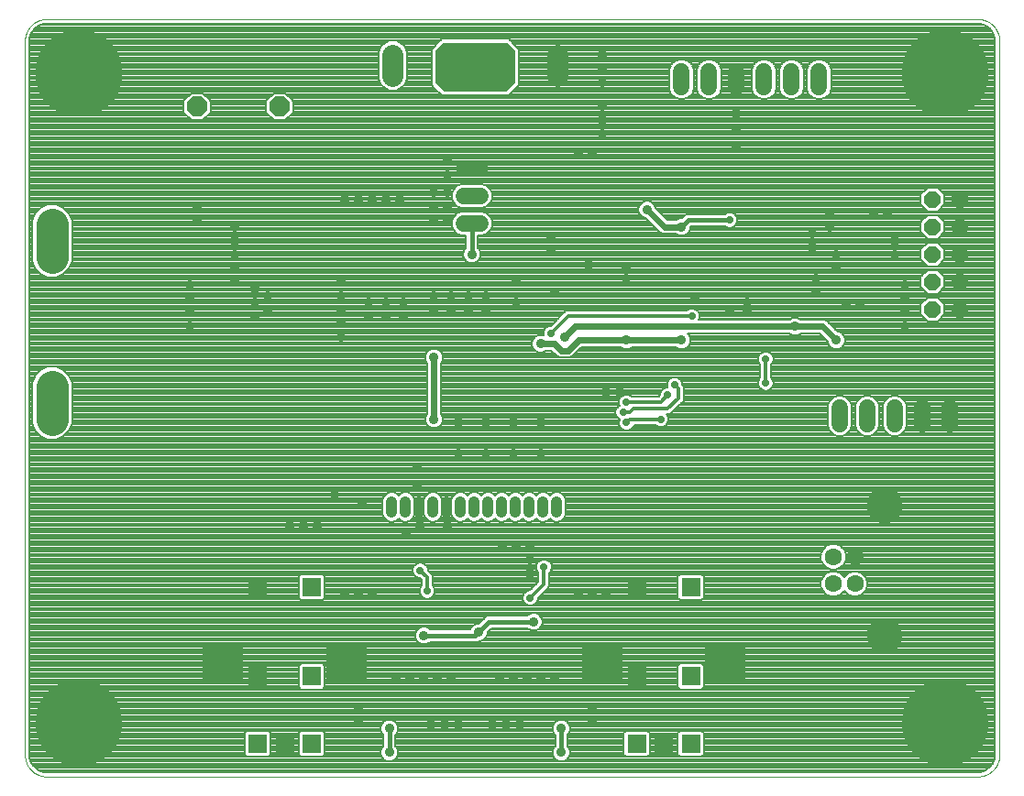
<source format=gbl>
G75*
%MOIN*%
%OFA0B0*%
%FSLAX25Y25*%
%IPPOS*%
%LPD*%
%AMOC8*
5,1,8,0,0,1.08239X$1,22.5*
%
%ADD10C,0.00400*%
%ADD11R,0.06693X0.06693*%
%ADD12R,0.14961X0.14961*%
%ADD13C,0.06299*%
%ADD14C,0.13055*%
%ADD15C,0.05906*%
%ADD16C,0.03962*%
%ADD17C,0.11811*%
%ADD18OC8,0.05906*%
%ADD19OC8,0.07087*%
%ADD20C,0.07677*%
%ADD21C,0.00787*%
%ADD22C,0.31496*%
%ADD23C,0.03562*%
%ADD24C,0.02400*%
%ADD25C,0.01600*%
%ADD26C,0.02775*%
%ADD27C,0.01200*%
D10*
X0009268Y0087909D02*
X0347850Y0087909D01*
X0348040Y0087911D01*
X0348230Y0087918D01*
X0348420Y0087930D01*
X0348610Y0087946D01*
X0348799Y0087966D01*
X0348988Y0087992D01*
X0349176Y0088021D01*
X0349363Y0088056D01*
X0349549Y0088095D01*
X0349734Y0088138D01*
X0349919Y0088186D01*
X0350102Y0088238D01*
X0350283Y0088294D01*
X0350463Y0088355D01*
X0350642Y0088421D01*
X0350819Y0088490D01*
X0350995Y0088564D01*
X0351168Y0088642D01*
X0351340Y0088725D01*
X0351509Y0088811D01*
X0351677Y0088901D01*
X0351842Y0088996D01*
X0352005Y0089094D01*
X0352165Y0089197D01*
X0352323Y0089303D01*
X0352478Y0089413D01*
X0352631Y0089526D01*
X0352781Y0089644D01*
X0352927Y0089765D01*
X0353071Y0089889D01*
X0353212Y0090017D01*
X0353350Y0090148D01*
X0353485Y0090283D01*
X0353616Y0090421D01*
X0353744Y0090562D01*
X0353868Y0090706D01*
X0353989Y0090852D01*
X0354107Y0091002D01*
X0354220Y0091155D01*
X0354330Y0091310D01*
X0354436Y0091468D01*
X0354539Y0091628D01*
X0354637Y0091791D01*
X0354732Y0091956D01*
X0354822Y0092124D01*
X0354908Y0092293D01*
X0354991Y0092465D01*
X0355069Y0092638D01*
X0355143Y0092814D01*
X0355212Y0092991D01*
X0355278Y0093170D01*
X0355339Y0093350D01*
X0355395Y0093531D01*
X0355447Y0093714D01*
X0355495Y0093899D01*
X0355538Y0094084D01*
X0355577Y0094270D01*
X0355612Y0094457D01*
X0355641Y0094645D01*
X0355667Y0094834D01*
X0355687Y0095023D01*
X0355703Y0095213D01*
X0355715Y0095403D01*
X0355722Y0095593D01*
X0355724Y0095783D01*
X0355724Y0355626D01*
X0355722Y0355816D01*
X0355715Y0356006D01*
X0355703Y0356196D01*
X0355687Y0356386D01*
X0355667Y0356575D01*
X0355641Y0356764D01*
X0355612Y0356952D01*
X0355577Y0357139D01*
X0355538Y0357325D01*
X0355495Y0357510D01*
X0355447Y0357695D01*
X0355395Y0357878D01*
X0355339Y0358059D01*
X0355278Y0358239D01*
X0355212Y0358418D01*
X0355143Y0358595D01*
X0355069Y0358771D01*
X0354991Y0358944D01*
X0354908Y0359116D01*
X0354822Y0359285D01*
X0354732Y0359453D01*
X0354637Y0359618D01*
X0354539Y0359781D01*
X0354436Y0359941D01*
X0354330Y0360099D01*
X0354220Y0360254D01*
X0354107Y0360407D01*
X0353989Y0360557D01*
X0353868Y0360703D01*
X0353744Y0360847D01*
X0353616Y0360988D01*
X0353485Y0361126D01*
X0353350Y0361261D01*
X0353212Y0361392D01*
X0353071Y0361520D01*
X0352927Y0361644D01*
X0352781Y0361765D01*
X0352631Y0361883D01*
X0352478Y0361996D01*
X0352323Y0362106D01*
X0352165Y0362212D01*
X0352005Y0362315D01*
X0351842Y0362413D01*
X0351677Y0362508D01*
X0351509Y0362598D01*
X0351340Y0362684D01*
X0351168Y0362767D01*
X0350995Y0362845D01*
X0350819Y0362919D01*
X0350642Y0362988D01*
X0350463Y0363054D01*
X0350283Y0363115D01*
X0350102Y0363171D01*
X0349919Y0363223D01*
X0349734Y0363271D01*
X0349549Y0363314D01*
X0349363Y0363353D01*
X0349176Y0363388D01*
X0348988Y0363417D01*
X0348799Y0363443D01*
X0348610Y0363463D01*
X0348420Y0363479D01*
X0348230Y0363491D01*
X0348040Y0363498D01*
X0347850Y0363500D01*
X0009268Y0363500D01*
X0009078Y0363498D01*
X0008888Y0363491D01*
X0008698Y0363479D01*
X0008508Y0363463D01*
X0008319Y0363443D01*
X0008130Y0363417D01*
X0007942Y0363388D01*
X0007755Y0363353D01*
X0007569Y0363314D01*
X0007384Y0363271D01*
X0007199Y0363223D01*
X0007016Y0363171D01*
X0006835Y0363115D01*
X0006655Y0363054D01*
X0006476Y0362988D01*
X0006299Y0362919D01*
X0006123Y0362845D01*
X0005950Y0362767D01*
X0005778Y0362684D01*
X0005609Y0362598D01*
X0005441Y0362508D01*
X0005276Y0362413D01*
X0005113Y0362315D01*
X0004953Y0362212D01*
X0004795Y0362106D01*
X0004640Y0361996D01*
X0004487Y0361883D01*
X0004337Y0361765D01*
X0004191Y0361644D01*
X0004047Y0361520D01*
X0003906Y0361392D01*
X0003768Y0361261D01*
X0003633Y0361126D01*
X0003502Y0360988D01*
X0003374Y0360847D01*
X0003250Y0360703D01*
X0003129Y0360557D01*
X0003011Y0360407D01*
X0002898Y0360254D01*
X0002788Y0360099D01*
X0002682Y0359941D01*
X0002579Y0359781D01*
X0002481Y0359618D01*
X0002386Y0359453D01*
X0002296Y0359285D01*
X0002210Y0359116D01*
X0002127Y0358944D01*
X0002049Y0358771D01*
X0001975Y0358595D01*
X0001906Y0358418D01*
X0001840Y0358239D01*
X0001779Y0358059D01*
X0001723Y0357878D01*
X0001671Y0357695D01*
X0001623Y0357510D01*
X0001580Y0357325D01*
X0001541Y0357139D01*
X0001506Y0356952D01*
X0001477Y0356764D01*
X0001451Y0356575D01*
X0001431Y0356386D01*
X0001415Y0356196D01*
X0001403Y0356006D01*
X0001396Y0355816D01*
X0001394Y0355626D01*
X0001394Y0095783D01*
X0001396Y0095593D01*
X0001403Y0095403D01*
X0001415Y0095213D01*
X0001431Y0095023D01*
X0001451Y0094834D01*
X0001477Y0094645D01*
X0001506Y0094457D01*
X0001541Y0094270D01*
X0001580Y0094084D01*
X0001623Y0093899D01*
X0001671Y0093714D01*
X0001723Y0093531D01*
X0001779Y0093350D01*
X0001840Y0093170D01*
X0001906Y0092991D01*
X0001975Y0092814D01*
X0002049Y0092638D01*
X0002127Y0092465D01*
X0002210Y0092293D01*
X0002296Y0092124D01*
X0002386Y0091956D01*
X0002481Y0091791D01*
X0002579Y0091628D01*
X0002682Y0091468D01*
X0002788Y0091310D01*
X0002898Y0091155D01*
X0003011Y0091002D01*
X0003129Y0090852D01*
X0003250Y0090706D01*
X0003374Y0090562D01*
X0003502Y0090421D01*
X0003633Y0090283D01*
X0003768Y0090148D01*
X0003906Y0090017D01*
X0004047Y0089889D01*
X0004191Y0089765D01*
X0004337Y0089644D01*
X0004487Y0089526D01*
X0004640Y0089413D01*
X0004795Y0089303D01*
X0004953Y0089197D01*
X0005113Y0089094D01*
X0005276Y0088996D01*
X0005441Y0088901D01*
X0005609Y0088811D01*
X0005778Y0088725D01*
X0005950Y0088642D01*
X0006123Y0088564D01*
X0006299Y0088490D01*
X0006476Y0088421D01*
X0006655Y0088355D01*
X0006835Y0088294D01*
X0007016Y0088238D01*
X0007199Y0088186D01*
X0007384Y0088138D01*
X0007569Y0088095D01*
X0007755Y0088056D01*
X0007942Y0088021D01*
X0008130Y0087992D01*
X0008319Y0087966D01*
X0008508Y0087946D01*
X0008698Y0087930D01*
X0008888Y0087918D01*
X0009078Y0087911D01*
X0009268Y0087909D01*
D11*
X0086039Y0099720D03*
X0086039Y0099720D03*
X0095882Y0099720D03*
X0095882Y0099720D03*
X0105724Y0099720D03*
X0105724Y0099720D03*
X0105724Y0124327D03*
X0086039Y0124327D03*
X0086039Y0156807D03*
X0105724Y0156807D03*
X0223835Y0156807D03*
X0243520Y0156807D03*
X0243520Y0124327D03*
X0223835Y0124327D03*
X0223835Y0099720D03*
X0223835Y0099720D03*
X0233677Y0099720D03*
X0233677Y0099720D03*
X0243520Y0099720D03*
X0243520Y0099720D03*
D12*
X0256118Y0129248D03*
X0211236Y0129248D03*
X0118323Y0129248D03*
X0073441Y0129248D03*
D13*
X0295350Y0157988D03*
X0303224Y0157988D03*
X0303224Y0167831D03*
X0295350Y0167831D03*
D14*
X0313894Y0186610D03*
X0313894Y0139209D03*
D15*
X0317644Y0216207D02*
X0317644Y0222112D01*
X0327644Y0222112D02*
X0327644Y0216207D01*
X0337644Y0216207D02*
X0337644Y0222112D01*
X0307644Y0222112D02*
X0307644Y0216207D01*
X0297644Y0216207D02*
X0297644Y0222112D01*
X0290144Y0338707D02*
X0290144Y0344612D01*
X0280144Y0344612D02*
X0280144Y0338707D01*
X0270144Y0338707D02*
X0270144Y0344612D01*
X0260144Y0344612D02*
X0260144Y0338707D01*
X0250144Y0338707D02*
X0250144Y0344612D01*
X0240144Y0344612D02*
X0240144Y0338707D01*
X0166846Y0309159D02*
X0160941Y0309159D01*
X0160941Y0299159D02*
X0166846Y0299159D01*
X0166846Y0289159D02*
X0160941Y0289159D01*
D16*
X0159780Y0187971D02*
X0159780Y0184009D01*
X0154780Y0184009D02*
X0154780Y0187971D01*
X0149780Y0187971D02*
X0149780Y0184009D01*
X0144780Y0184009D02*
X0144780Y0187971D01*
X0139780Y0187971D02*
X0139780Y0184009D01*
X0134780Y0184009D02*
X0134780Y0187971D01*
X0164780Y0187971D02*
X0164780Y0184009D01*
X0169780Y0184009D02*
X0169780Y0187971D01*
X0174780Y0187971D02*
X0174780Y0184009D01*
X0179780Y0184009D02*
X0179780Y0187971D01*
X0184780Y0187971D02*
X0184780Y0184009D01*
X0189780Y0184009D02*
X0189780Y0187971D01*
X0194780Y0187971D02*
X0194780Y0184009D01*
D17*
X0011236Y0217880D02*
X0011236Y0229691D01*
X0011236Y0276935D02*
X0011236Y0288746D01*
D18*
X0331394Y0287909D03*
X0331394Y0277909D03*
X0331394Y0267909D03*
X0331394Y0257909D03*
X0341394Y0257909D03*
X0341394Y0267909D03*
X0341394Y0277909D03*
X0341394Y0287909D03*
X0341394Y0297909D03*
X0331394Y0297909D03*
D19*
X0093894Y0331659D03*
X0063894Y0331659D03*
D20*
X0135144Y0342821D02*
X0135144Y0350498D01*
X0155144Y0350498D02*
X0155144Y0342821D01*
X0175144Y0342821D02*
X0175144Y0350498D01*
X0195144Y0350498D02*
X0195144Y0342821D01*
D21*
X0181087Y0342545D02*
X0235797Y0342545D01*
X0235797Y0341759D02*
X0181087Y0341759D01*
X0181087Y0340973D02*
X0235797Y0340973D01*
X0235797Y0340187D02*
X0181087Y0340187D01*
X0181087Y0339501D02*
X0178587Y0337001D01*
X0177302Y0335716D01*
X0152985Y0335716D01*
X0150485Y0338216D01*
X0149200Y0339501D01*
X0149200Y0352568D01*
X0152985Y0356353D01*
X0177302Y0356353D01*
X0179802Y0353853D01*
X0181087Y0352568D01*
X0181087Y0339501D01*
X0180988Y0339402D02*
X0235797Y0339402D01*
X0235797Y0338616D02*
X0180202Y0338616D01*
X0179416Y0337830D02*
X0235802Y0337830D01*
X0235797Y0337842D02*
X0236459Y0336245D01*
X0237682Y0335022D01*
X0239279Y0334360D01*
X0241008Y0334360D01*
X0242606Y0335022D01*
X0243828Y0336245D01*
X0244490Y0337842D01*
X0244490Y0345477D01*
X0243828Y0347074D01*
X0242606Y0348297D01*
X0241008Y0348959D01*
X0239279Y0348959D01*
X0237682Y0348297D01*
X0236459Y0347074D01*
X0235797Y0345477D01*
X0235797Y0337842D01*
X0236128Y0337044D02*
X0178630Y0337044D01*
X0177845Y0336258D02*
X0236453Y0336258D01*
X0237232Y0335472D02*
X0097063Y0335472D01*
X0096277Y0336258D02*
X0152443Y0336258D01*
X0151657Y0337044D02*
X0002987Y0337044D01*
X0002987Y0337830D02*
X0133521Y0337830D01*
X0134103Y0337589D02*
X0136184Y0337589D01*
X0138108Y0338385D01*
X0139579Y0339857D01*
X0140376Y0341780D01*
X0140376Y0351539D01*
X0139579Y0353462D01*
X0138108Y0354934D01*
X0136184Y0355730D01*
X0134103Y0355730D01*
X0132180Y0354934D01*
X0130708Y0353462D01*
X0129911Y0351539D01*
X0129911Y0341780D01*
X0130708Y0339857D01*
X0132180Y0338385D01*
X0134103Y0337589D01*
X0131949Y0338616D02*
X0002987Y0338616D01*
X0002987Y0339402D02*
X0131163Y0339402D01*
X0130571Y0340187D02*
X0002987Y0340187D01*
X0002987Y0340973D02*
X0130246Y0340973D01*
X0129920Y0341759D02*
X0002987Y0341759D01*
X0002987Y0342545D02*
X0129911Y0342545D01*
X0129911Y0343331D02*
X0002987Y0343331D01*
X0002987Y0344117D02*
X0129911Y0344117D01*
X0129911Y0344903D02*
X0002987Y0344903D01*
X0002987Y0345689D02*
X0129911Y0345689D01*
X0129911Y0346475D02*
X0002987Y0346475D01*
X0002987Y0347261D02*
X0129911Y0347261D01*
X0129911Y0348047D02*
X0002987Y0348047D01*
X0002987Y0348833D02*
X0129911Y0348833D01*
X0129911Y0349618D02*
X0002987Y0349618D01*
X0002987Y0350404D02*
X0129911Y0350404D01*
X0129911Y0351190D02*
X0002987Y0351190D01*
X0002987Y0351976D02*
X0130093Y0351976D01*
X0130418Y0352762D02*
X0002987Y0352762D01*
X0002987Y0353548D02*
X0130794Y0353548D01*
X0131580Y0354334D02*
X0002987Y0354334D01*
X0002987Y0355120D02*
X0132629Y0355120D01*
X0137658Y0355120D02*
X0151752Y0355120D01*
X0152538Y0355906D02*
X0003009Y0355906D01*
X0002987Y0355626D02*
X0003065Y0356608D01*
X0003672Y0358477D01*
X0004827Y0360067D01*
X0006417Y0361222D01*
X0008285Y0361829D01*
X0009268Y0361906D01*
X0347850Y0361906D01*
X0348833Y0361829D01*
X0350702Y0361222D01*
X0352291Y0360067D01*
X0353446Y0358477D01*
X0354053Y0356608D01*
X0354131Y0355626D01*
X0354131Y0095783D01*
X0354053Y0094801D01*
X0353446Y0092932D01*
X0352291Y0091343D01*
X0350702Y0090188D01*
X0348833Y0089580D01*
X0347850Y0089503D01*
X0009268Y0089503D01*
X0008285Y0089580D01*
X0006417Y0090188D01*
X0004827Y0091343D01*
X0003672Y0092932D01*
X0003065Y0094801D01*
X0002987Y0095783D01*
X0002987Y0355626D01*
X0003092Y0356692D02*
X0354026Y0356692D01*
X0354109Y0355906D02*
X0177750Y0355906D01*
X0178536Y0355120D02*
X0354131Y0355120D01*
X0354131Y0354334D02*
X0179322Y0354334D01*
X0180107Y0353548D02*
X0354131Y0353548D01*
X0354131Y0352762D02*
X0180893Y0352762D01*
X0181087Y0351976D02*
X0354131Y0351976D01*
X0354131Y0351190D02*
X0181087Y0351190D01*
X0181087Y0350404D02*
X0354131Y0350404D01*
X0354131Y0349618D02*
X0181087Y0349618D01*
X0181087Y0348833D02*
X0238975Y0348833D01*
X0237431Y0348047D02*
X0181087Y0348047D01*
X0181087Y0347261D02*
X0236645Y0347261D01*
X0236211Y0346475D02*
X0181087Y0346475D01*
X0181087Y0345689D02*
X0235885Y0345689D01*
X0235797Y0344903D02*
X0181087Y0344903D01*
X0181087Y0344117D02*
X0235797Y0344117D01*
X0235797Y0343331D02*
X0181087Y0343331D01*
X0150871Y0337830D02*
X0136767Y0337830D01*
X0138338Y0338616D02*
X0150085Y0338616D01*
X0149299Y0339402D02*
X0139124Y0339402D01*
X0139716Y0340187D02*
X0149200Y0340187D01*
X0149200Y0340973D02*
X0140042Y0340973D01*
X0140367Y0341759D02*
X0149200Y0341759D01*
X0149200Y0342545D02*
X0140376Y0342545D01*
X0140376Y0343331D02*
X0149200Y0343331D01*
X0149200Y0344117D02*
X0140376Y0344117D01*
X0140376Y0344903D02*
X0149200Y0344903D01*
X0149200Y0345689D02*
X0140376Y0345689D01*
X0140376Y0346475D02*
X0149200Y0346475D01*
X0149200Y0347261D02*
X0140376Y0347261D01*
X0140376Y0348047D02*
X0149200Y0348047D01*
X0149200Y0348833D02*
X0140376Y0348833D01*
X0140376Y0349618D02*
X0149200Y0349618D01*
X0149200Y0350404D02*
X0140376Y0350404D01*
X0140376Y0351190D02*
X0149200Y0351190D01*
X0149200Y0351976D02*
X0140195Y0351976D01*
X0139869Y0352762D02*
X0149394Y0352762D01*
X0150180Y0353548D02*
X0139493Y0353548D01*
X0138707Y0354334D02*
X0150966Y0354334D01*
X0098831Y0333704D02*
X0098831Y0329614D01*
X0095939Y0326722D01*
X0091849Y0326722D01*
X0088957Y0329614D01*
X0088957Y0333704D01*
X0091849Y0336596D01*
X0095939Y0336596D01*
X0098831Y0333704D01*
X0098635Y0333900D02*
X0354131Y0333900D01*
X0354131Y0333114D02*
X0098831Y0333114D01*
X0098831Y0332328D02*
X0354131Y0332328D01*
X0354131Y0331542D02*
X0098831Y0331542D01*
X0098831Y0330757D02*
X0354131Y0330757D01*
X0354131Y0329971D02*
X0098831Y0329971D01*
X0098401Y0329185D02*
X0354131Y0329185D01*
X0354131Y0328399D02*
X0097615Y0328399D01*
X0096829Y0327613D02*
X0354131Y0327613D01*
X0354131Y0326827D02*
X0096043Y0326827D01*
X0091744Y0326827D02*
X0066043Y0326827D01*
X0065939Y0326722D02*
X0068831Y0329614D01*
X0068831Y0333704D01*
X0065939Y0336596D01*
X0061849Y0336596D01*
X0058957Y0333704D01*
X0058957Y0329614D01*
X0061849Y0326722D01*
X0065939Y0326722D01*
X0066829Y0327613D02*
X0090958Y0327613D01*
X0090172Y0328399D02*
X0067615Y0328399D01*
X0068401Y0329185D02*
X0089386Y0329185D01*
X0088957Y0329971D02*
X0068831Y0329971D01*
X0068831Y0330757D02*
X0088957Y0330757D01*
X0088957Y0331542D02*
X0068831Y0331542D01*
X0068831Y0332328D02*
X0088957Y0332328D01*
X0088957Y0333114D02*
X0068831Y0333114D01*
X0068635Y0333900D02*
X0089152Y0333900D01*
X0089938Y0334686D02*
X0067849Y0334686D01*
X0067063Y0335472D02*
X0090724Y0335472D01*
X0091510Y0336258D02*
X0066277Y0336258D01*
X0061510Y0336258D02*
X0002987Y0336258D01*
X0002987Y0335472D02*
X0060724Y0335472D01*
X0059938Y0334686D02*
X0002987Y0334686D01*
X0002987Y0333900D02*
X0059152Y0333900D01*
X0058957Y0333114D02*
X0002987Y0333114D01*
X0002987Y0332328D02*
X0058957Y0332328D01*
X0058957Y0331542D02*
X0002987Y0331542D01*
X0002987Y0330757D02*
X0058957Y0330757D01*
X0058957Y0329971D02*
X0002987Y0329971D01*
X0002987Y0329185D02*
X0059386Y0329185D01*
X0060172Y0328399D02*
X0002987Y0328399D01*
X0002987Y0327613D02*
X0060958Y0327613D01*
X0061744Y0326827D02*
X0002987Y0326827D01*
X0002987Y0326041D02*
X0354131Y0326041D01*
X0354131Y0325255D02*
X0002987Y0325255D01*
X0002987Y0324469D02*
X0354131Y0324469D01*
X0354131Y0323683D02*
X0002987Y0323683D01*
X0002987Y0322897D02*
X0354131Y0322897D01*
X0354131Y0322111D02*
X0002987Y0322111D01*
X0002987Y0321326D02*
X0354131Y0321326D01*
X0354131Y0320540D02*
X0002987Y0320540D01*
X0002987Y0319754D02*
X0354131Y0319754D01*
X0354131Y0318968D02*
X0002987Y0318968D01*
X0002987Y0318182D02*
X0354131Y0318182D01*
X0354131Y0317396D02*
X0002987Y0317396D01*
X0002987Y0316610D02*
X0354131Y0316610D01*
X0354131Y0315824D02*
X0002987Y0315824D01*
X0002987Y0315038D02*
X0354131Y0315038D01*
X0354131Y0314252D02*
X0002987Y0314252D01*
X0002987Y0313466D02*
X0354131Y0313466D01*
X0354131Y0312681D02*
X0002987Y0312681D01*
X0002987Y0311895D02*
X0354131Y0311895D01*
X0354131Y0311109D02*
X0002987Y0311109D01*
X0002987Y0310323D02*
X0354131Y0310323D01*
X0354131Y0309537D02*
X0002987Y0309537D01*
X0002987Y0308751D02*
X0354131Y0308751D01*
X0354131Y0307965D02*
X0002987Y0307965D01*
X0002987Y0307179D02*
X0354131Y0307179D01*
X0354131Y0306393D02*
X0002987Y0306393D01*
X0002987Y0305607D02*
X0354131Y0305607D01*
X0354131Y0304821D02*
X0002987Y0304821D01*
X0002987Y0304035D02*
X0354131Y0304035D01*
X0354131Y0303250D02*
X0168330Y0303250D01*
X0167711Y0303506D02*
X0169309Y0302844D01*
X0170531Y0301622D01*
X0171193Y0300024D01*
X0171193Y0298295D01*
X0170531Y0296697D01*
X0169309Y0295475D01*
X0167711Y0294813D01*
X0160076Y0294813D01*
X0158479Y0295475D01*
X0157256Y0296697D01*
X0156594Y0298295D01*
X0156594Y0300024D01*
X0157256Y0301622D01*
X0158479Y0302844D01*
X0160076Y0303506D01*
X0167711Y0303506D01*
X0169689Y0302464D02*
X0354131Y0302464D01*
X0354131Y0301678D02*
X0333772Y0301678D01*
X0333194Y0302256D02*
X0329593Y0302256D01*
X0327047Y0299710D01*
X0327047Y0296109D01*
X0329593Y0293563D01*
X0333194Y0293563D01*
X0335740Y0296109D01*
X0335740Y0299710D01*
X0333194Y0302256D01*
X0334558Y0300892D02*
X0354131Y0300892D01*
X0354131Y0300106D02*
X0335344Y0300106D01*
X0335740Y0299320D02*
X0354131Y0299320D01*
X0354131Y0298534D02*
X0335740Y0298534D01*
X0335740Y0297748D02*
X0354131Y0297748D01*
X0354131Y0296962D02*
X0335740Y0296962D01*
X0335740Y0296176D02*
X0354131Y0296176D01*
X0354131Y0295390D02*
X0335022Y0295390D01*
X0334236Y0294605D02*
X0354131Y0294605D01*
X0354131Y0293819D02*
X0333450Y0293819D01*
X0333194Y0292256D02*
X0329593Y0292256D01*
X0327047Y0289710D01*
X0327047Y0286109D01*
X0329593Y0283563D01*
X0333194Y0283563D01*
X0335740Y0286109D01*
X0335740Y0289710D01*
X0333194Y0292256D01*
X0333203Y0292247D02*
X0354131Y0292247D01*
X0354131Y0293033D02*
X0258578Y0293033D01*
X0258197Y0293191D02*
X0257090Y0293191D01*
X0256068Y0292767D01*
X0255904Y0292603D01*
X0241735Y0292603D01*
X0240216Y0291084D01*
X0239512Y0291084D01*
X0238345Y0290601D01*
X0238248Y0290503D01*
X0234968Y0290503D01*
X0230818Y0294653D01*
X0230818Y0294791D01*
X0230335Y0295958D01*
X0229442Y0296851D01*
X0228275Y0297334D01*
X0227012Y0297334D01*
X0225845Y0296851D01*
X0224952Y0295958D01*
X0224469Y0294791D01*
X0224469Y0293528D01*
X0224952Y0292361D01*
X0225845Y0291468D01*
X0227012Y0290985D01*
X0227150Y0290985D01*
X0232424Y0285711D01*
X0233378Y0285316D01*
X0238248Y0285316D01*
X0238345Y0285218D01*
X0239512Y0284735D01*
X0240775Y0284735D01*
X0241942Y0285218D01*
X0242835Y0286111D01*
X0243318Y0287278D01*
X0243318Y0287982D01*
X0243552Y0288216D01*
X0255904Y0288216D01*
X0256068Y0288052D01*
X0257090Y0287628D01*
X0258197Y0287628D01*
X0259219Y0288052D01*
X0260001Y0288834D01*
X0260425Y0289856D01*
X0260425Y0290963D01*
X0260001Y0291985D01*
X0259219Y0292767D01*
X0258197Y0293191D01*
X0256709Y0293033D02*
X0232438Y0293033D01*
X0231653Y0293819D02*
X0329338Y0293819D01*
X0328552Y0294605D02*
X0230867Y0294605D01*
X0230570Y0295390D02*
X0327766Y0295390D01*
X0327047Y0296176D02*
X0230117Y0296176D01*
X0229173Y0296962D02*
X0327047Y0296962D01*
X0327047Y0297748D02*
X0170966Y0297748D01*
X0171193Y0298534D02*
X0327047Y0298534D01*
X0327047Y0299320D02*
X0171193Y0299320D01*
X0171159Y0300106D02*
X0327443Y0300106D01*
X0328229Y0300892D02*
X0170833Y0300892D01*
X0170475Y0301678D02*
X0329015Y0301678D01*
X0329584Y0292247D02*
X0259739Y0292247D01*
X0260218Y0291461D02*
X0328798Y0291461D01*
X0328012Y0290675D02*
X0260425Y0290675D01*
X0260425Y0289889D02*
X0327227Y0289889D01*
X0327047Y0289103D02*
X0260113Y0289103D01*
X0259485Y0288317D02*
X0327047Y0288317D01*
X0327047Y0287531D02*
X0243318Y0287531D01*
X0243098Y0286745D02*
X0327047Y0286745D01*
X0327197Y0285959D02*
X0242684Y0285959D01*
X0241835Y0285174D02*
X0327983Y0285174D01*
X0328769Y0284388D02*
X0166087Y0284388D01*
X0166087Y0284813D02*
X0167711Y0284813D01*
X0169309Y0285475D01*
X0170531Y0286697D01*
X0171193Y0288295D01*
X0171193Y0290024D01*
X0170531Y0291622D01*
X0169309Y0292844D01*
X0167711Y0293506D01*
X0160076Y0293506D01*
X0158479Y0292844D01*
X0157256Y0291622D01*
X0156594Y0290024D01*
X0156594Y0288295D01*
X0157256Y0286697D01*
X0158479Y0285475D01*
X0160076Y0284813D01*
X0161700Y0284813D01*
X0161700Y0280206D01*
X0161202Y0279708D01*
X0160719Y0278541D01*
X0160719Y0277278D01*
X0161202Y0276111D01*
X0162095Y0275218D01*
X0163262Y0274735D01*
X0164525Y0274735D01*
X0165692Y0275218D01*
X0166585Y0276111D01*
X0167068Y0277278D01*
X0167068Y0278541D01*
X0166585Y0279708D01*
X0166087Y0280206D01*
X0166087Y0284813D01*
X0166087Y0283602D02*
X0329555Y0283602D01*
X0329593Y0282256D02*
X0327047Y0279710D01*
X0327047Y0276109D01*
X0329593Y0273563D01*
X0333194Y0273563D01*
X0335740Y0276109D01*
X0335740Y0279710D01*
X0333194Y0282256D01*
X0329593Y0282256D01*
X0329367Y0282030D02*
X0166087Y0282030D01*
X0166087Y0282816D02*
X0354131Y0282816D01*
X0354131Y0283602D02*
X0333233Y0283602D01*
X0334019Y0284388D02*
X0354131Y0284388D01*
X0354131Y0285174D02*
X0334805Y0285174D01*
X0335591Y0285959D02*
X0354131Y0285959D01*
X0354131Y0286745D02*
X0335740Y0286745D01*
X0335740Y0287531D02*
X0354131Y0287531D01*
X0354131Y0288317D02*
X0335740Y0288317D01*
X0335740Y0289103D02*
X0354131Y0289103D01*
X0354131Y0289889D02*
X0335561Y0289889D01*
X0334775Y0290675D02*
X0354131Y0290675D01*
X0354131Y0291461D02*
X0333989Y0291461D01*
X0333420Y0282030D02*
X0354131Y0282030D01*
X0354131Y0281244D02*
X0334206Y0281244D01*
X0334992Y0280458D02*
X0354131Y0280458D01*
X0354131Y0279672D02*
X0335740Y0279672D01*
X0335740Y0278886D02*
X0354131Y0278886D01*
X0354131Y0278100D02*
X0335740Y0278100D01*
X0335740Y0277314D02*
X0354131Y0277314D01*
X0354131Y0276529D02*
X0335740Y0276529D01*
X0335374Y0275743D02*
X0354131Y0275743D01*
X0354131Y0274957D02*
X0334588Y0274957D01*
X0333802Y0274171D02*
X0354131Y0274171D01*
X0354131Y0273385D02*
X0017666Y0273385D01*
X0017424Y0272800D02*
X0018535Y0275483D01*
X0018535Y0290198D01*
X0017424Y0292881D01*
X0015371Y0294934D01*
X0012688Y0296045D01*
X0009784Y0296045D01*
X0007102Y0294934D01*
X0005048Y0292881D01*
X0003937Y0290198D01*
X0003937Y0275483D01*
X0005048Y0272800D01*
X0007102Y0270747D01*
X0009784Y0269636D01*
X0012688Y0269636D01*
X0015371Y0270747D01*
X0017424Y0272800D01*
X0017223Y0272599D02*
X0354131Y0272599D01*
X0354131Y0271813D02*
X0333637Y0271813D01*
X0333194Y0272256D02*
X0329593Y0272256D01*
X0327047Y0269710D01*
X0327047Y0266109D01*
X0329593Y0263563D01*
X0333194Y0263563D01*
X0335740Y0266109D01*
X0335740Y0269710D01*
X0333194Y0272256D01*
X0334423Y0271027D02*
X0354131Y0271027D01*
X0354131Y0270241D02*
X0335209Y0270241D01*
X0335740Y0269455D02*
X0354131Y0269455D01*
X0354131Y0268669D02*
X0335740Y0268669D01*
X0335740Y0267884D02*
X0354131Y0267884D01*
X0354131Y0267098D02*
X0335740Y0267098D01*
X0335740Y0266312D02*
X0354131Y0266312D01*
X0354131Y0265526D02*
X0335157Y0265526D01*
X0334371Y0264740D02*
X0354131Y0264740D01*
X0354131Y0263954D02*
X0333585Y0263954D01*
X0333194Y0262256D02*
X0329593Y0262256D01*
X0327047Y0259710D01*
X0327047Y0256109D01*
X0329593Y0253563D01*
X0333194Y0253563D01*
X0335740Y0256109D01*
X0335740Y0259710D01*
X0333194Y0262256D01*
X0333854Y0261596D02*
X0354131Y0261596D01*
X0354131Y0260810D02*
X0334640Y0260810D01*
X0335426Y0260024D02*
X0354131Y0260024D01*
X0354131Y0259238D02*
X0335740Y0259238D01*
X0335740Y0258453D02*
X0354131Y0258453D01*
X0354131Y0257667D02*
X0335740Y0257667D01*
X0335740Y0256881D02*
X0354131Y0256881D01*
X0354131Y0256095D02*
X0335726Y0256095D01*
X0334940Y0255309D02*
X0354131Y0255309D01*
X0354131Y0254523D02*
X0334154Y0254523D01*
X0333368Y0253737D02*
X0354131Y0253737D01*
X0354131Y0252951D02*
X0293770Y0252951D01*
X0294556Y0252165D02*
X0354131Y0252165D01*
X0354131Y0251379D02*
X0295342Y0251379D01*
X0296128Y0250593D02*
X0354131Y0250593D01*
X0354131Y0249808D02*
X0297090Y0249808D01*
X0297025Y0249834D02*
X0296887Y0249834D01*
X0292863Y0253858D01*
X0291910Y0254253D01*
X0283290Y0254253D01*
X0283192Y0254351D01*
X0282025Y0254834D01*
X0280762Y0254834D01*
X0279595Y0254351D01*
X0279498Y0254253D01*
X0246425Y0254253D01*
X0246675Y0254856D01*
X0246675Y0255963D01*
X0246251Y0256985D01*
X0245469Y0257767D01*
X0244447Y0258191D01*
X0243340Y0258191D01*
X0242318Y0257767D01*
X0241954Y0257403D01*
X0198068Y0257403D01*
X0192605Y0251941D01*
X0192090Y0251941D01*
X0191068Y0251517D01*
X0190286Y0250735D01*
X0189863Y0249713D01*
X0189863Y0248606D01*
X0189943Y0248411D01*
X0189525Y0248584D01*
X0188262Y0248584D01*
X0187095Y0248101D01*
X0186202Y0247208D01*
X0185719Y0246041D01*
X0185719Y0244778D01*
X0186202Y0243611D01*
X0187095Y0242718D01*
X0188262Y0242235D01*
X0189525Y0242235D01*
X0190692Y0242718D01*
X0190790Y0242816D01*
X0192819Y0242816D01*
X0194195Y0241440D01*
X0194924Y0240711D01*
X0195878Y0240316D01*
X0199410Y0240316D01*
X0200363Y0240711D01*
X0203718Y0244066D01*
X0218248Y0244066D01*
X0218345Y0243968D01*
X0219512Y0243485D01*
X0220775Y0243485D01*
X0221942Y0243968D01*
X0222040Y0244066D01*
X0238248Y0244066D01*
X0238345Y0243968D01*
X0239512Y0243485D01*
X0240775Y0243485D01*
X0241942Y0243968D01*
X0242835Y0244861D01*
X0243318Y0246028D01*
X0243318Y0247291D01*
X0242835Y0248458D01*
X0242227Y0249066D01*
X0279498Y0249066D01*
X0279595Y0248968D01*
X0280762Y0248485D01*
X0282025Y0248485D01*
X0283192Y0248968D01*
X0283290Y0249066D01*
X0290319Y0249066D01*
X0293219Y0246166D01*
X0293219Y0246028D01*
X0293702Y0244861D01*
X0294595Y0243968D01*
X0295762Y0243485D01*
X0297025Y0243485D01*
X0298192Y0243968D01*
X0299085Y0244861D01*
X0299568Y0246028D01*
X0299568Y0247291D01*
X0299085Y0248458D01*
X0298192Y0249351D01*
X0297025Y0249834D01*
X0298521Y0249022D02*
X0354131Y0249022D01*
X0354131Y0248236D02*
X0299177Y0248236D01*
X0299503Y0247450D02*
X0354131Y0247450D01*
X0354131Y0246664D02*
X0299568Y0246664D01*
X0299506Y0245878D02*
X0354131Y0245878D01*
X0354131Y0245092D02*
X0299181Y0245092D01*
X0298530Y0244306D02*
X0354131Y0244306D01*
X0354131Y0243520D02*
X0297111Y0243520D01*
X0295676Y0243520D02*
X0240861Y0243520D01*
X0239426Y0243520D02*
X0220861Y0243520D01*
X0219426Y0243520D02*
X0203172Y0243520D01*
X0202387Y0242734D02*
X0354131Y0242734D01*
X0354131Y0241948D02*
X0272538Y0241948D01*
X0272344Y0242142D02*
X0271322Y0242566D01*
X0270215Y0242566D01*
X0269193Y0242142D01*
X0268411Y0241360D01*
X0267988Y0240338D01*
X0267988Y0239231D01*
X0268411Y0238209D01*
X0268775Y0237845D01*
X0268775Y0232974D01*
X0268411Y0232610D01*
X0267988Y0231588D01*
X0267988Y0230481D01*
X0268411Y0229459D01*
X0269193Y0228677D01*
X0270215Y0228253D01*
X0271322Y0228253D01*
X0272344Y0228677D01*
X0273126Y0229459D01*
X0273550Y0230481D01*
X0273550Y0231588D01*
X0273126Y0232610D01*
X0272762Y0232974D01*
X0272762Y0237845D01*
X0273126Y0238209D01*
X0273550Y0239231D01*
X0273550Y0240338D01*
X0273126Y0241360D01*
X0272344Y0242142D01*
X0273208Y0241162D02*
X0354131Y0241162D01*
X0354131Y0240377D02*
X0273534Y0240377D01*
X0273550Y0239591D02*
X0354131Y0239591D01*
X0354131Y0238805D02*
X0273373Y0238805D01*
X0272936Y0238019D02*
X0354131Y0238019D01*
X0354131Y0237233D02*
X0272762Y0237233D01*
X0272762Y0236447D02*
X0354131Y0236447D01*
X0354131Y0235661D02*
X0272762Y0235661D01*
X0272762Y0234875D02*
X0354131Y0234875D01*
X0354131Y0234089D02*
X0272762Y0234089D01*
X0272762Y0233303D02*
X0354131Y0233303D01*
X0354131Y0232517D02*
X0273165Y0232517D01*
X0273490Y0231732D02*
X0354131Y0231732D01*
X0354131Y0230946D02*
X0273550Y0230946D01*
X0273417Y0230160D02*
X0354131Y0230160D01*
X0354131Y0229374D02*
X0273041Y0229374D01*
X0272129Y0228588D02*
X0354131Y0228588D01*
X0354131Y0227802D02*
X0240887Y0227802D01*
X0240887Y0228588D02*
X0269408Y0228588D01*
X0268496Y0229374D02*
X0240887Y0229374D01*
X0240887Y0229985D02*
X0240425Y0230448D01*
X0240425Y0230963D01*
X0240001Y0231985D01*
X0239219Y0232767D01*
X0238197Y0233191D01*
X0237090Y0233191D01*
X0236068Y0232767D01*
X0235286Y0231985D01*
X0234863Y0230963D01*
X0234863Y0229856D01*
X0235035Y0229441D01*
X0234590Y0229441D01*
X0233568Y0229017D01*
X0232786Y0228235D01*
X0232363Y0227213D01*
X0232363Y0226698D01*
X0231818Y0226153D01*
X0222083Y0226153D01*
X0221719Y0226517D01*
X0220697Y0226941D01*
X0219590Y0226941D01*
X0218568Y0226517D01*
X0217786Y0225735D01*
X0217363Y0224713D01*
X0217363Y0223606D01*
X0217653Y0222906D01*
X0217318Y0222767D01*
X0216536Y0221985D01*
X0216113Y0220963D01*
X0216113Y0219856D01*
X0216536Y0218834D01*
X0217318Y0218052D01*
X0217653Y0217913D01*
X0217363Y0217213D01*
X0217363Y0216106D01*
X0217786Y0215084D01*
X0218568Y0214302D01*
X0219590Y0213878D01*
X0220697Y0213878D01*
X0221719Y0214302D01*
X0222501Y0215084D01*
X0222846Y0215916D01*
X0230704Y0215916D01*
X0231068Y0215552D01*
X0232090Y0215128D01*
X0233197Y0215128D01*
X0234219Y0215552D01*
X0235001Y0216334D01*
X0235425Y0217356D01*
X0235425Y0218463D01*
X0235001Y0219485D01*
X0234820Y0219666D01*
X0235970Y0219666D01*
X0239720Y0223416D01*
X0240887Y0224584D01*
X0240887Y0229985D01*
X0240713Y0230160D02*
X0268121Y0230160D01*
X0267988Y0230946D02*
X0240425Y0230946D01*
X0240106Y0231732D02*
X0268047Y0231732D01*
X0268373Y0232517D02*
X0239469Y0232517D01*
X0235819Y0232517D02*
X0152737Y0232517D01*
X0152737Y0231732D02*
X0235181Y0231732D01*
X0234863Y0230946D02*
X0152737Y0230946D01*
X0152737Y0230160D02*
X0234863Y0230160D01*
X0234429Y0229374D02*
X0152737Y0229374D01*
X0152737Y0228588D02*
X0233139Y0228588D01*
X0232607Y0227802D02*
X0152737Y0227802D01*
X0152737Y0227016D02*
X0232363Y0227016D01*
X0231895Y0226230D02*
X0222006Y0226230D01*
X0218281Y0226230D02*
X0152737Y0226230D01*
X0152737Y0225444D02*
X0217666Y0225444D01*
X0217363Y0224658D02*
X0152737Y0224658D01*
X0152737Y0223872D02*
X0217363Y0223872D01*
X0217578Y0223086D02*
X0152737Y0223086D01*
X0152737Y0222301D02*
X0216852Y0222301D01*
X0216341Y0221515D02*
X0152737Y0221515D01*
X0152737Y0220729D02*
X0216113Y0220729D01*
X0216113Y0219943D02*
X0152737Y0219943D01*
X0152737Y0219806D02*
X0152737Y0238513D01*
X0152835Y0238611D01*
X0153318Y0239778D01*
X0153318Y0241041D01*
X0152835Y0242208D01*
X0151942Y0243101D01*
X0150775Y0243584D01*
X0149512Y0243584D01*
X0148345Y0243101D01*
X0147452Y0242208D01*
X0146969Y0241041D01*
X0146969Y0239778D01*
X0147452Y0238611D01*
X0147550Y0238513D01*
X0147550Y0219806D01*
X0147452Y0219708D01*
X0146969Y0218541D01*
X0146969Y0217278D01*
X0147452Y0216111D01*
X0148345Y0215218D01*
X0149512Y0214735D01*
X0150775Y0214735D01*
X0151942Y0215218D01*
X0152835Y0216111D01*
X0153318Y0217278D01*
X0153318Y0218541D01*
X0152835Y0219708D01*
X0152737Y0219806D01*
X0153063Y0219157D02*
X0216402Y0219157D01*
X0216999Y0218371D02*
X0153318Y0218371D01*
X0153318Y0217585D02*
X0217517Y0217585D01*
X0217363Y0216799D02*
X0153120Y0216799D01*
X0152737Y0216013D02*
X0217401Y0216013D01*
X0217727Y0215227D02*
X0151951Y0215227D01*
X0148336Y0215227D02*
X0018038Y0215227D01*
X0017713Y0214441D02*
X0218429Y0214441D01*
X0221859Y0214441D02*
X0293670Y0214441D01*
X0293959Y0213745D02*
X0295182Y0212522D01*
X0296779Y0211860D01*
X0298508Y0211860D01*
X0300106Y0212522D01*
X0301328Y0213745D01*
X0301990Y0215342D01*
X0301990Y0222977D01*
X0301328Y0224574D01*
X0300106Y0225797D01*
X0298508Y0226459D01*
X0296779Y0226459D01*
X0295182Y0225797D01*
X0293959Y0224574D01*
X0293297Y0222977D01*
X0293297Y0215342D01*
X0293959Y0213745D01*
X0294048Y0213656D02*
X0017334Y0213656D01*
X0017424Y0213745D02*
X0018535Y0216428D01*
X0018535Y0231143D01*
X0017424Y0233826D01*
X0015371Y0235879D01*
X0012688Y0236990D01*
X0009784Y0236990D01*
X0007102Y0235879D01*
X0005048Y0233826D01*
X0003937Y0231143D01*
X0003937Y0216428D01*
X0005048Y0213745D01*
X0007102Y0211692D01*
X0009784Y0210581D01*
X0012688Y0210581D01*
X0015371Y0211692D01*
X0017424Y0213745D01*
X0016549Y0212870D02*
X0294834Y0212870D01*
X0296240Y0212084D02*
X0015763Y0212084D01*
X0014419Y0211298D02*
X0354131Y0211298D01*
X0354131Y0212084D02*
X0319048Y0212084D01*
X0318508Y0211860D02*
X0320106Y0212522D01*
X0321328Y0213745D01*
X0321990Y0215342D01*
X0321990Y0222977D01*
X0321328Y0224574D01*
X0320106Y0225797D01*
X0318508Y0226459D01*
X0316779Y0226459D01*
X0315182Y0225797D01*
X0313959Y0224574D01*
X0313297Y0222977D01*
X0313297Y0215342D01*
X0313959Y0213745D01*
X0315182Y0212522D01*
X0316779Y0211860D01*
X0318508Y0211860D01*
X0320453Y0212870D02*
X0354131Y0212870D01*
X0354131Y0213656D02*
X0321239Y0213656D01*
X0321617Y0214441D02*
X0354131Y0214441D01*
X0354131Y0215227D02*
X0321943Y0215227D01*
X0321990Y0216013D02*
X0354131Y0216013D01*
X0354131Y0216799D02*
X0321990Y0216799D01*
X0321990Y0217585D02*
X0354131Y0217585D01*
X0354131Y0218371D02*
X0321990Y0218371D01*
X0321990Y0219157D02*
X0354131Y0219157D01*
X0354131Y0219943D02*
X0321990Y0219943D01*
X0321990Y0220729D02*
X0354131Y0220729D01*
X0354131Y0221515D02*
X0321990Y0221515D01*
X0321990Y0222301D02*
X0354131Y0222301D01*
X0354131Y0223086D02*
X0321945Y0223086D01*
X0321619Y0223872D02*
X0354131Y0223872D01*
X0354131Y0224658D02*
X0321244Y0224658D01*
X0320458Y0225444D02*
X0354131Y0225444D01*
X0354131Y0226230D02*
X0319060Y0226230D01*
X0316227Y0226230D02*
X0309060Y0226230D01*
X0308508Y0226459D02*
X0310106Y0225797D01*
X0311328Y0224574D01*
X0311990Y0222977D01*
X0311990Y0215342D01*
X0311328Y0213745D01*
X0310106Y0212522D01*
X0308508Y0211860D01*
X0306779Y0211860D01*
X0305182Y0212522D01*
X0303959Y0213745D01*
X0303297Y0215342D01*
X0303297Y0222977D01*
X0303959Y0224574D01*
X0305182Y0225797D01*
X0306779Y0226459D01*
X0308508Y0226459D01*
X0310458Y0225444D02*
X0314829Y0225444D01*
X0314043Y0224658D02*
X0311244Y0224658D01*
X0311619Y0223872D02*
X0313668Y0223872D01*
X0313343Y0223086D02*
X0311945Y0223086D01*
X0311990Y0222301D02*
X0313297Y0222301D01*
X0313297Y0221515D02*
X0311990Y0221515D01*
X0311990Y0220729D02*
X0313297Y0220729D01*
X0313297Y0219943D02*
X0311990Y0219943D01*
X0311990Y0219157D02*
X0313297Y0219157D01*
X0313297Y0218371D02*
X0311990Y0218371D01*
X0311990Y0217585D02*
X0313297Y0217585D01*
X0313297Y0216799D02*
X0311990Y0216799D01*
X0311990Y0216013D02*
X0313297Y0216013D01*
X0313345Y0215227D02*
X0311943Y0215227D01*
X0311617Y0214441D02*
X0313670Y0214441D01*
X0314048Y0213656D02*
X0311239Y0213656D01*
X0310453Y0212870D02*
X0314834Y0212870D01*
X0316240Y0212084D02*
X0309048Y0212084D01*
X0306240Y0212084D02*
X0299048Y0212084D01*
X0300453Y0212870D02*
X0304834Y0212870D01*
X0304048Y0213656D02*
X0301239Y0213656D01*
X0301617Y0214441D02*
X0303670Y0214441D01*
X0303345Y0215227D02*
X0301943Y0215227D01*
X0301990Y0216013D02*
X0303297Y0216013D01*
X0303297Y0216799D02*
X0301990Y0216799D01*
X0301990Y0217585D02*
X0303297Y0217585D01*
X0303297Y0218371D02*
X0301990Y0218371D01*
X0301990Y0219157D02*
X0303297Y0219157D01*
X0303297Y0219943D02*
X0301990Y0219943D01*
X0301990Y0220729D02*
X0303297Y0220729D01*
X0303297Y0221515D02*
X0301990Y0221515D01*
X0301990Y0222301D02*
X0303297Y0222301D01*
X0303343Y0223086D02*
X0301945Y0223086D01*
X0301619Y0223872D02*
X0303668Y0223872D01*
X0304043Y0224658D02*
X0301244Y0224658D01*
X0300458Y0225444D02*
X0304829Y0225444D01*
X0306227Y0226230D02*
X0299060Y0226230D01*
X0296227Y0226230D02*
X0240887Y0226230D01*
X0240887Y0225444D02*
X0294829Y0225444D01*
X0294043Y0224658D02*
X0240887Y0224658D01*
X0240176Y0223872D02*
X0293668Y0223872D01*
X0293343Y0223086D02*
X0239390Y0223086D01*
X0238604Y0222301D02*
X0293297Y0222301D01*
X0293297Y0221515D02*
X0237818Y0221515D01*
X0237032Y0220729D02*
X0293297Y0220729D01*
X0293297Y0219943D02*
X0236247Y0219943D01*
X0235137Y0219157D02*
X0293297Y0219157D01*
X0293297Y0218371D02*
X0235425Y0218371D01*
X0235425Y0217585D02*
X0293297Y0217585D01*
X0293297Y0216799D02*
X0235194Y0216799D01*
X0234681Y0216013D02*
X0293297Y0216013D01*
X0293345Y0215227D02*
X0233436Y0215227D01*
X0231852Y0215227D02*
X0222561Y0215227D01*
X0240887Y0227016D02*
X0354131Y0227016D01*
X0354131Y0210512D02*
X0002987Y0210512D01*
X0002987Y0211298D02*
X0008053Y0211298D01*
X0006710Y0212084D02*
X0002987Y0212084D01*
X0002987Y0212870D02*
X0005924Y0212870D01*
X0005138Y0213656D02*
X0002987Y0213656D01*
X0002987Y0214441D02*
X0004760Y0214441D01*
X0004434Y0215227D02*
X0002987Y0215227D01*
X0002987Y0216013D02*
X0004109Y0216013D01*
X0003937Y0216799D02*
X0002987Y0216799D01*
X0002987Y0217585D02*
X0003937Y0217585D01*
X0003937Y0218371D02*
X0002987Y0218371D01*
X0002987Y0219157D02*
X0003937Y0219157D01*
X0003937Y0219943D02*
X0002987Y0219943D01*
X0002987Y0220729D02*
X0003937Y0220729D01*
X0003937Y0221515D02*
X0002987Y0221515D01*
X0002987Y0222301D02*
X0003937Y0222301D01*
X0003937Y0223086D02*
X0002987Y0223086D01*
X0002987Y0223872D02*
X0003937Y0223872D01*
X0003937Y0224658D02*
X0002987Y0224658D01*
X0002987Y0225444D02*
X0003937Y0225444D01*
X0003937Y0226230D02*
X0002987Y0226230D01*
X0002987Y0227016D02*
X0003937Y0227016D01*
X0003937Y0227802D02*
X0002987Y0227802D01*
X0002987Y0228588D02*
X0003937Y0228588D01*
X0003937Y0229374D02*
X0002987Y0229374D01*
X0002987Y0230160D02*
X0003937Y0230160D01*
X0003937Y0230946D02*
X0002987Y0230946D01*
X0002987Y0231732D02*
X0004181Y0231732D01*
X0004506Y0232517D02*
X0002987Y0232517D01*
X0002987Y0233303D02*
X0004832Y0233303D01*
X0005312Y0234089D02*
X0002987Y0234089D01*
X0002987Y0234875D02*
X0006098Y0234875D01*
X0006884Y0235661D02*
X0002987Y0235661D01*
X0002987Y0236447D02*
X0008473Y0236447D01*
X0013999Y0236447D02*
X0147550Y0236447D01*
X0147550Y0237233D02*
X0002987Y0237233D01*
X0002987Y0238019D02*
X0147550Y0238019D01*
X0147372Y0238805D02*
X0002987Y0238805D01*
X0002987Y0239591D02*
X0147046Y0239591D01*
X0146969Y0240377D02*
X0002987Y0240377D01*
X0002987Y0241162D02*
X0147019Y0241162D01*
X0147345Y0241948D02*
X0002987Y0241948D01*
X0002987Y0242734D02*
X0147979Y0242734D01*
X0149358Y0243520D02*
X0002987Y0243520D01*
X0002987Y0244306D02*
X0185914Y0244306D01*
X0185719Y0245092D02*
X0002987Y0245092D01*
X0002987Y0245878D02*
X0185719Y0245878D01*
X0185977Y0246664D02*
X0002987Y0246664D01*
X0002987Y0247450D02*
X0186444Y0247450D01*
X0187421Y0248236D02*
X0002987Y0248236D01*
X0002987Y0249022D02*
X0189863Y0249022D01*
X0189902Y0249808D02*
X0002987Y0249808D01*
X0002987Y0250593D02*
X0190227Y0250593D01*
X0190931Y0251379D02*
X0002987Y0251379D01*
X0002987Y0252165D02*
X0192830Y0252165D01*
X0193616Y0252951D02*
X0002987Y0252951D01*
X0002987Y0253737D02*
X0194402Y0253737D01*
X0195188Y0254523D02*
X0002987Y0254523D01*
X0002987Y0255309D02*
X0195974Y0255309D01*
X0196760Y0256095D02*
X0002987Y0256095D01*
X0002987Y0256881D02*
X0197545Y0256881D01*
X0192901Y0242734D02*
X0190708Y0242734D01*
X0193687Y0241948D02*
X0152943Y0241948D01*
X0153268Y0241162D02*
X0194473Y0241162D01*
X0195731Y0240377D02*
X0153318Y0240377D01*
X0153241Y0239591D02*
X0267988Y0239591D01*
X0268004Y0240377D02*
X0199556Y0240377D01*
X0200815Y0241162D02*
X0268329Y0241162D01*
X0269000Y0241948D02*
X0201601Y0241948D01*
X0187079Y0242734D02*
X0152309Y0242734D01*
X0150930Y0243520D02*
X0186293Y0243520D01*
X0152915Y0238805D02*
X0268164Y0238805D01*
X0268601Y0238019D02*
X0152737Y0238019D01*
X0152737Y0237233D02*
X0268775Y0237233D01*
X0268775Y0236447D02*
X0152737Y0236447D01*
X0152737Y0235661D02*
X0268775Y0235661D01*
X0268775Y0234875D02*
X0152737Y0234875D01*
X0152737Y0234089D02*
X0268775Y0234089D01*
X0268775Y0233303D02*
X0152737Y0233303D01*
X0147550Y0233303D02*
X0017641Y0233303D01*
X0017966Y0232517D02*
X0147550Y0232517D01*
X0147550Y0231732D02*
X0018292Y0231732D01*
X0018535Y0230946D02*
X0147550Y0230946D01*
X0147550Y0230160D02*
X0018535Y0230160D01*
X0018535Y0229374D02*
X0147550Y0229374D01*
X0147550Y0228588D02*
X0018535Y0228588D01*
X0018535Y0227802D02*
X0147550Y0227802D01*
X0147550Y0227016D02*
X0018535Y0227016D01*
X0018535Y0226230D02*
X0147550Y0226230D01*
X0147550Y0225444D02*
X0018535Y0225444D01*
X0018535Y0224658D02*
X0147550Y0224658D01*
X0147550Y0223872D02*
X0018535Y0223872D01*
X0018535Y0223086D02*
X0147550Y0223086D01*
X0147550Y0222301D02*
X0018535Y0222301D01*
X0018535Y0221515D02*
X0147550Y0221515D01*
X0147550Y0220729D02*
X0018535Y0220729D01*
X0018535Y0219943D02*
X0147550Y0219943D01*
X0147224Y0219157D02*
X0018535Y0219157D01*
X0018535Y0218371D02*
X0146969Y0218371D01*
X0146969Y0217585D02*
X0018535Y0217585D01*
X0018535Y0216799D02*
X0147167Y0216799D01*
X0147550Y0216013D02*
X0018364Y0216013D01*
X0002987Y0209726D02*
X0354131Y0209726D01*
X0354131Y0208940D02*
X0002987Y0208940D01*
X0002987Y0208154D02*
X0354131Y0208154D01*
X0354131Y0207368D02*
X0002987Y0207368D01*
X0002987Y0206582D02*
X0354131Y0206582D01*
X0354131Y0205796D02*
X0002987Y0205796D01*
X0002987Y0205010D02*
X0354131Y0205010D01*
X0354131Y0204225D02*
X0002987Y0204225D01*
X0002987Y0203439D02*
X0354131Y0203439D01*
X0354131Y0202653D02*
X0002987Y0202653D01*
X0002987Y0201867D02*
X0354131Y0201867D01*
X0354131Y0201081D02*
X0002987Y0201081D01*
X0002987Y0200295D02*
X0354131Y0200295D01*
X0354131Y0199509D02*
X0002987Y0199509D01*
X0002987Y0198723D02*
X0354131Y0198723D01*
X0354131Y0197937D02*
X0002987Y0197937D01*
X0002987Y0197151D02*
X0354131Y0197151D01*
X0354131Y0196365D02*
X0002987Y0196365D01*
X0002987Y0195580D02*
X0354131Y0195580D01*
X0354131Y0194794D02*
X0002987Y0194794D01*
X0002987Y0194008D02*
X0354131Y0194008D01*
X0354131Y0193222D02*
X0002987Y0193222D01*
X0002987Y0192436D02*
X0354131Y0192436D01*
X0354131Y0191650D02*
X0002987Y0191650D01*
X0002987Y0190864D02*
X0132945Y0190864D01*
X0132868Y0190832D02*
X0131919Y0189883D01*
X0131405Y0188643D01*
X0131405Y0183338D01*
X0131919Y0182097D01*
X0132868Y0181148D01*
X0134108Y0180634D01*
X0135451Y0180634D01*
X0136691Y0181148D01*
X0137280Y0181736D01*
X0137868Y0181148D01*
X0139108Y0180634D01*
X0140451Y0180634D01*
X0141691Y0181148D01*
X0142641Y0182097D01*
X0143154Y0183338D01*
X0143154Y0188643D01*
X0142641Y0189883D01*
X0141691Y0190832D01*
X0140451Y0191346D01*
X0139108Y0191346D01*
X0137868Y0190832D01*
X0137280Y0190244D01*
X0136691Y0190832D01*
X0135451Y0191346D01*
X0134108Y0191346D01*
X0132868Y0190832D01*
X0132114Y0190078D02*
X0002987Y0190078D01*
X0002987Y0189292D02*
X0131674Y0189292D01*
X0131405Y0188506D02*
X0002987Y0188506D01*
X0002987Y0187720D02*
X0131405Y0187720D01*
X0131405Y0186934D02*
X0002987Y0186934D01*
X0002987Y0186149D02*
X0131405Y0186149D01*
X0131405Y0185363D02*
X0002987Y0185363D01*
X0002987Y0184577D02*
X0131405Y0184577D01*
X0131405Y0183791D02*
X0002987Y0183791D01*
X0002987Y0183005D02*
X0131543Y0183005D01*
X0131868Y0182219D02*
X0002987Y0182219D01*
X0002987Y0181433D02*
X0132583Y0181433D01*
X0134077Y0180647D02*
X0002987Y0180647D01*
X0002987Y0179861D02*
X0354131Y0179861D01*
X0354131Y0179075D02*
X0002987Y0179075D01*
X0002987Y0178289D02*
X0354131Y0178289D01*
X0354131Y0177504D02*
X0002987Y0177504D01*
X0002987Y0176718D02*
X0354131Y0176718D01*
X0354131Y0175932D02*
X0002987Y0175932D01*
X0002987Y0175146D02*
X0354131Y0175146D01*
X0354131Y0174360D02*
X0002987Y0174360D01*
X0002987Y0173574D02*
X0354131Y0173574D01*
X0354131Y0172788D02*
X0002987Y0172788D01*
X0002987Y0172002D02*
X0293549Y0172002D01*
X0292777Y0171682D02*
X0294447Y0172374D01*
X0296254Y0172374D01*
X0297924Y0171682D01*
X0299202Y0170404D01*
X0299894Y0168734D01*
X0299894Y0166927D01*
X0299202Y0165257D01*
X0297924Y0163979D01*
X0296254Y0163287D01*
X0294447Y0163287D01*
X0292777Y0163979D01*
X0291499Y0165257D01*
X0290807Y0166927D01*
X0290807Y0168734D01*
X0291499Y0170404D01*
X0292777Y0171682D01*
X0292311Y0171216D02*
X0002987Y0171216D01*
X0002987Y0170430D02*
X0291525Y0170430D01*
X0291184Y0169644D02*
X0002987Y0169644D01*
X0002987Y0168858D02*
X0290858Y0168858D01*
X0290807Y0168073D02*
X0002987Y0168073D01*
X0002987Y0167287D02*
X0290807Y0167287D01*
X0290984Y0166501D02*
X0191735Y0166501D01*
X0191719Y0166517D02*
X0190697Y0166941D01*
X0189590Y0166941D01*
X0188568Y0166517D01*
X0187786Y0165735D01*
X0187363Y0164713D01*
X0187363Y0163606D01*
X0187786Y0162584D01*
X0188150Y0162220D01*
X0188150Y0158735D01*
X0185105Y0155691D01*
X0184590Y0155691D01*
X0183568Y0155267D01*
X0182786Y0154485D01*
X0182363Y0153463D01*
X0182363Y0152356D01*
X0182786Y0151334D01*
X0183568Y0150552D01*
X0184590Y0150128D01*
X0185697Y0150128D01*
X0186719Y0150552D01*
X0187501Y0151334D01*
X0187925Y0152356D01*
X0187925Y0152871D01*
X0190970Y0155916D01*
X0192137Y0157084D01*
X0192137Y0162220D01*
X0192501Y0162584D01*
X0192925Y0163606D01*
X0192925Y0164713D01*
X0192501Y0165735D01*
X0191719Y0166517D01*
X0192510Y0165715D02*
X0291309Y0165715D01*
X0291827Y0164929D02*
X0192835Y0164929D01*
X0192925Y0164143D02*
X0292613Y0164143D01*
X0294278Y0163357D02*
X0192822Y0163357D01*
X0192488Y0162571D02*
X0354131Y0162571D01*
X0354131Y0161785D02*
X0305853Y0161785D01*
X0305798Y0161840D02*
X0304128Y0162531D01*
X0302321Y0162531D01*
X0300651Y0161840D01*
X0299373Y0160562D01*
X0299287Y0160356D01*
X0299202Y0160562D01*
X0297924Y0161840D01*
X0296254Y0162531D01*
X0294447Y0162531D01*
X0292777Y0161840D01*
X0291499Y0160562D01*
X0290807Y0158892D01*
X0290807Y0157084D01*
X0291499Y0155415D01*
X0292777Y0154137D01*
X0294447Y0153445D01*
X0296254Y0153445D01*
X0297924Y0154137D01*
X0299202Y0155415D01*
X0299287Y0155621D01*
X0299373Y0155415D01*
X0300651Y0154137D01*
X0302321Y0153445D01*
X0304128Y0153445D01*
X0305798Y0154137D01*
X0307076Y0155415D01*
X0307768Y0157084D01*
X0307768Y0158892D01*
X0307076Y0160562D01*
X0305798Y0161840D01*
X0306638Y0160999D02*
X0354131Y0160999D01*
X0354131Y0160213D02*
X0307220Y0160213D01*
X0307546Y0159428D02*
X0354131Y0159428D01*
X0354131Y0158642D02*
X0307768Y0158642D01*
X0307768Y0157856D02*
X0354131Y0157856D01*
X0354131Y0157070D02*
X0307762Y0157070D01*
X0307436Y0156284D02*
X0354131Y0156284D01*
X0354131Y0155498D02*
X0307111Y0155498D01*
X0306373Y0154712D02*
X0354131Y0154712D01*
X0354131Y0153926D02*
X0305290Y0153926D01*
X0301159Y0153926D02*
X0297416Y0153926D01*
X0298499Y0154712D02*
X0300075Y0154712D01*
X0299338Y0155498D02*
X0299237Y0155498D01*
X0293285Y0153926D02*
X0248260Y0153926D01*
X0248260Y0153140D02*
X0354131Y0153140D01*
X0354131Y0152354D02*
X0247731Y0152354D01*
X0247443Y0152067D02*
X0248260Y0152883D01*
X0248260Y0160731D01*
X0247443Y0161547D01*
X0239596Y0161547D01*
X0238780Y0160731D01*
X0238780Y0152883D01*
X0239596Y0152067D01*
X0247443Y0152067D01*
X0248260Y0154712D02*
X0292201Y0154712D01*
X0291464Y0155498D02*
X0248260Y0155498D01*
X0248260Y0156284D02*
X0291139Y0156284D01*
X0290813Y0157070D02*
X0248260Y0157070D01*
X0248260Y0157856D02*
X0290807Y0157856D01*
X0290807Y0158642D02*
X0248260Y0158642D01*
X0248260Y0159428D02*
X0291029Y0159428D01*
X0291354Y0160213D02*
X0248260Y0160213D01*
X0247991Y0160999D02*
X0291936Y0160999D01*
X0292722Y0161785D02*
X0192137Y0161785D01*
X0192137Y0160999D02*
X0239048Y0160999D01*
X0238780Y0160213D02*
X0192137Y0160213D01*
X0192137Y0159428D02*
X0238780Y0159428D01*
X0238780Y0158642D02*
X0192137Y0158642D01*
X0192137Y0157856D02*
X0238780Y0157856D01*
X0238780Y0157070D02*
X0192124Y0157070D01*
X0191338Y0156284D02*
X0238780Y0156284D01*
X0238780Y0155498D02*
X0190552Y0155498D01*
X0189766Y0154712D02*
X0238780Y0154712D01*
X0238780Y0153926D02*
X0188980Y0153926D01*
X0188194Y0153140D02*
X0238780Y0153140D01*
X0239309Y0152354D02*
X0187924Y0152354D01*
X0187598Y0151568D02*
X0354131Y0151568D01*
X0354131Y0150782D02*
X0186950Y0150782D01*
X0187025Y0147334D02*
X0185762Y0147334D01*
X0184595Y0146851D01*
X0184098Y0146353D01*
X0169235Y0146353D01*
X0167950Y0145068D01*
X0166466Y0143584D01*
X0165762Y0143584D01*
X0164595Y0143101D01*
X0163702Y0142208D01*
X0163348Y0141353D01*
X0148690Y0141353D01*
X0148192Y0141851D01*
X0147025Y0142334D01*
X0145762Y0142334D01*
X0144595Y0141851D01*
X0143702Y0140958D01*
X0143219Y0139791D01*
X0143219Y0138528D01*
X0143702Y0137361D01*
X0144595Y0136468D01*
X0145762Y0135985D01*
X0147025Y0135985D01*
X0148192Y0136468D01*
X0148690Y0136966D01*
X0166052Y0136966D01*
X0166321Y0137235D01*
X0167025Y0137235D01*
X0168192Y0137718D01*
X0169085Y0138611D01*
X0169568Y0139778D01*
X0169568Y0140482D01*
X0171052Y0141966D01*
X0184098Y0141966D01*
X0184595Y0141468D01*
X0185762Y0140985D01*
X0187025Y0140985D01*
X0188192Y0141468D01*
X0189085Y0142361D01*
X0189568Y0143528D01*
X0189568Y0144791D01*
X0189085Y0145958D01*
X0188192Y0146851D01*
X0187025Y0147334D01*
X0188187Y0146853D02*
X0354131Y0146853D01*
X0354131Y0147639D02*
X0002987Y0147639D01*
X0002987Y0148425D02*
X0354131Y0148425D01*
X0354131Y0149211D02*
X0002987Y0149211D01*
X0002987Y0149997D02*
X0354131Y0149997D01*
X0354131Y0146067D02*
X0188976Y0146067D01*
X0189365Y0145281D02*
X0354131Y0145281D01*
X0354131Y0144495D02*
X0189568Y0144495D01*
X0189568Y0143709D02*
X0354131Y0143709D01*
X0354131Y0142923D02*
X0189318Y0142923D01*
X0188862Y0142137D02*
X0354131Y0142137D01*
X0354131Y0141352D02*
X0187911Y0141352D01*
X0184876Y0141352D02*
X0170438Y0141352D01*
X0169652Y0140566D02*
X0354131Y0140566D01*
X0354131Y0139780D02*
X0169568Y0139780D01*
X0169244Y0138994D02*
X0354131Y0138994D01*
X0354131Y0138208D02*
X0168682Y0138208D01*
X0167477Y0137422D02*
X0354131Y0137422D01*
X0354131Y0136636D02*
X0148360Y0136636D01*
X0144427Y0136636D02*
X0002987Y0136636D01*
X0002987Y0135850D02*
X0354131Y0135850D01*
X0354131Y0135064D02*
X0002987Y0135064D01*
X0002987Y0134278D02*
X0354131Y0134278D01*
X0354131Y0133492D02*
X0002987Y0133492D01*
X0002987Y0132706D02*
X0354131Y0132706D01*
X0354131Y0131921D02*
X0002987Y0131921D01*
X0002987Y0131135D02*
X0354131Y0131135D01*
X0354131Y0130349D02*
X0002987Y0130349D01*
X0002987Y0129563D02*
X0354131Y0129563D01*
X0354131Y0128777D02*
X0247733Y0128777D01*
X0247443Y0129067D02*
X0239596Y0129067D01*
X0238780Y0128251D01*
X0238780Y0120403D01*
X0239596Y0119587D01*
X0247443Y0119587D01*
X0248260Y0120403D01*
X0248260Y0128251D01*
X0247443Y0129067D01*
X0248260Y0127991D02*
X0354131Y0127991D01*
X0354131Y0127205D02*
X0248260Y0127205D01*
X0248260Y0126419D02*
X0354131Y0126419D01*
X0354131Y0125633D02*
X0248260Y0125633D01*
X0248260Y0124847D02*
X0354131Y0124847D01*
X0354131Y0124061D02*
X0248260Y0124061D01*
X0248260Y0123276D02*
X0354131Y0123276D01*
X0354131Y0122490D02*
X0248260Y0122490D01*
X0248260Y0121704D02*
X0354131Y0121704D01*
X0354131Y0120918D02*
X0248260Y0120918D01*
X0247989Y0120132D02*
X0354131Y0120132D01*
X0354131Y0119346D02*
X0002987Y0119346D01*
X0002987Y0120132D02*
X0101255Y0120132D01*
X0100984Y0120403D02*
X0101801Y0119587D01*
X0109648Y0119587D01*
X0110465Y0120403D01*
X0110465Y0128251D01*
X0109648Y0129067D01*
X0101801Y0129067D01*
X0100984Y0128251D01*
X0100984Y0120403D01*
X0100984Y0120918D02*
X0002987Y0120918D01*
X0002987Y0121704D02*
X0100984Y0121704D01*
X0100984Y0122490D02*
X0002987Y0122490D01*
X0002987Y0123276D02*
X0100984Y0123276D01*
X0100984Y0124061D02*
X0002987Y0124061D01*
X0002987Y0124847D02*
X0100984Y0124847D01*
X0100984Y0125633D02*
X0002987Y0125633D01*
X0002987Y0126419D02*
X0100984Y0126419D01*
X0100984Y0127205D02*
X0002987Y0127205D01*
X0002987Y0127991D02*
X0100984Y0127991D01*
X0101511Y0128777D02*
X0002987Y0128777D01*
X0002987Y0137422D02*
X0143677Y0137422D01*
X0143351Y0138208D02*
X0002987Y0138208D01*
X0002987Y0138994D02*
X0143219Y0138994D01*
X0143219Y0139780D02*
X0002987Y0139780D01*
X0002987Y0140566D02*
X0143540Y0140566D01*
X0144096Y0141352D02*
X0002987Y0141352D01*
X0002987Y0142137D02*
X0145287Y0142137D01*
X0147500Y0142137D02*
X0163673Y0142137D01*
X0164418Y0142923D02*
X0002987Y0142923D01*
X0002987Y0143709D02*
X0166591Y0143709D01*
X0167377Y0144495D02*
X0002987Y0144495D01*
X0002987Y0145281D02*
X0168163Y0145281D01*
X0168949Y0146067D02*
X0002987Y0146067D01*
X0002987Y0146853D02*
X0184600Y0146853D01*
X0183338Y0150782D02*
X0002987Y0150782D01*
X0002987Y0151568D02*
X0182689Y0151568D01*
X0182363Y0152354D02*
X0109936Y0152354D01*
X0109648Y0152067D02*
X0110465Y0152883D01*
X0110465Y0160731D01*
X0109648Y0161547D01*
X0101801Y0161547D01*
X0100984Y0160731D01*
X0100984Y0152883D01*
X0101801Y0152067D01*
X0109648Y0152067D01*
X0110465Y0153140D02*
X0145980Y0153140D01*
X0146068Y0153052D02*
X0147090Y0152628D01*
X0148197Y0152628D01*
X0149219Y0153052D01*
X0150001Y0153834D01*
X0150425Y0154856D01*
X0150425Y0155963D01*
X0150001Y0156985D01*
X0149637Y0157349D01*
X0149637Y0161235D01*
X0147925Y0162948D01*
X0147925Y0163463D01*
X0147501Y0164485D01*
X0146719Y0165267D01*
X0145697Y0165691D01*
X0144590Y0165691D01*
X0143568Y0165267D01*
X0142786Y0164485D01*
X0142363Y0163463D01*
X0142363Y0162356D01*
X0142786Y0161334D01*
X0143568Y0160552D01*
X0144590Y0160128D01*
X0145105Y0160128D01*
X0145650Y0159584D01*
X0145650Y0157349D01*
X0145286Y0156985D01*
X0144863Y0155963D01*
X0144863Y0154856D01*
X0145286Y0153834D01*
X0146068Y0153052D01*
X0145248Y0153926D02*
X0110465Y0153926D01*
X0110465Y0154712D02*
X0144922Y0154712D01*
X0144863Y0155498D02*
X0110465Y0155498D01*
X0110465Y0156284D02*
X0144996Y0156284D01*
X0145371Y0157070D02*
X0110465Y0157070D01*
X0110465Y0157856D02*
X0145650Y0157856D01*
X0145650Y0158642D02*
X0110465Y0158642D01*
X0110465Y0159428D02*
X0145650Y0159428D01*
X0144385Y0160213D02*
X0110465Y0160213D01*
X0110196Y0160999D02*
X0143121Y0160999D01*
X0142599Y0161785D02*
X0002987Y0161785D01*
X0002987Y0160999D02*
X0101253Y0160999D01*
X0100984Y0160213D02*
X0002987Y0160213D01*
X0002987Y0159428D02*
X0100984Y0159428D01*
X0100984Y0158642D02*
X0002987Y0158642D01*
X0002987Y0157856D02*
X0100984Y0157856D01*
X0100984Y0157070D02*
X0002987Y0157070D01*
X0002987Y0156284D02*
X0100984Y0156284D01*
X0100984Y0155498D02*
X0002987Y0155498D01*
X0002987Y0154712D02*
X0100984Y0154712D01*
X0100984Y0153926D02*
X0002987Y0153926D01*
X0002987Y0153140D02*
X0100984Y0153140D01*
X0101513Y0152354D02*
X0002987Y0152354D01*
X0002987Y0162571D02*
X0142363Y0162571D01*
X0142363Y0163357D02*
X0002987Y0163357D01*
X0002987Y0164143D02*
X0142644Y0164143D01*
X0143230Y0164929D02*
X0002987Y0164929D01*
X0002987Y0165715D02*
X0187778Y0165715D01*
X0187452Y0164929D02*
X0147057Y0164929D01*
X0147643Y0164143D02*
X0187363Y0164143D01*
X0187466Y0163357D02*
X0147925Y0163357D01*
X0148301Y0162571D02*
X0187799Y0162571D01*
X0188150Y0161785D02*
X0149087Y0161785D01*
X0149637Y0160999D02*
X0188150Y0160999D01*
X0188150Y0160213D02*
X0149637Y0160213D01*
X0149637Y0159428D02*
X0188150Y0159428D01*
X0188056Y0158642D02*
X0149637Y0158642D01*
X0149637Y0157856D02*
X0187270Y0157856D01*
X0186485Y0157070D02*
X0149916Y0157070D01*
X0150292Y0156284D02*
X0185699Y0156284D01*
X0184126Y0155498D02*
X0150425Y0155498D01*
X0150365Y0154712D02*
X0183013Y0154712D01*
X0182555Y0153926D02*
X0150040Y0153926D01*
X0149308Y0153140D02*
X0182363Y0153140D01*
X0188552Y0166501D02*
X0002987Y0166501D01*
X0002987Y0118560D02*
X0354131Y0118560D01*
X0354131Y0117774D02*
X0002987Y0117774D01*
X0002987Y0116988D02*
X0354131Y0116988D01*
X0354131Y0116202D02*
X0002987Y0116202D01*
X0002987Y0115416D02*
X0354131Y0115416D01*
X0354131Y0114630D02*
X0002987Y0114630D01*
X0002987Y0113845D02*
X0354131Y0113845D01*
X0354131Y0113059D02*
X0002987Y0113059D01*
X0002987Y0112273D02*
X0354131Y0112273D01*
X0354131Y0111487D02*
X0002987Y0111487D01*
X0002987Y0110701D02*
X0354131Y0110701D01*
X0354131Y0109915D02*
X0002987Y0109915D01*
X0002987Y0109129D02*
X0354131Y0109129D01*
X0354131Y0108343D02*
X0197607Y0108343D01*
X0197025Y0108584D02*
X0198192Y0108101D01*
X0199085Y0107208D01*
X0199568Y0106041D01*
X0199568Y0104778D01*
X0199085Y0103611D01*
X0198587Y0103113D01*
X0198587Y0098956D01*
X0199085Y0098458D01*
X0199568Y0097291D01*
X0199568Y0096028D01*
X0199085Y0094861D01*
X0198192Y0093968D01*
X0197025Y0093485D01*
X0195762Y0093485D01*
X0194595Y0093968D01*
X0193702Y0094861D01*
X0193219Y0096028D01*
X0193219Y0097291D01*
X0193702Y0098458D01*
X0194200Y0098956D01*
X0194200Y0103113D01*
X0193702Y0103611D01*
X0193219Y0104778D01*
X0193219Y0106041D01*
X0193702Y0107208D01*
X0194595Y0108101D01*
X0195762Y0108584D01*
X0197025Y0108584D01*
X0195180Y0108343D02*
X0135107Y0108343D01*
X0134525Y0108584D02*
X0133262Y0108584D01*
X0132095Y0108101D01*
X0131202Y0107208D01*
X0130719Y0106041D01*
X0130719Y0104778D01*
X0131202Y0103611D01*
X0131700Y0103113D01*
X0131700Y0098956D01*
X0131202Y0098458D01*
X0130719Y0097291D01*
X0130719Y0096028D01*
X0131202Y0094861D01*
X0132095Y0093968D01*
X0133262Y0093485D01*
X0134525Y0093485D01*
X0135692Y0093968D01*
X0136585Y0094861D01*
X0137068Y0096028D01*
X0137068Y0097291D01*
X0136585Y0098458D01*
X0136087Y0098956D01*
X0136087Y0103113D01*
X0136585Y0103611D01*
X0137068Y0104778D01*
X0137068Y0106041D01*
X0136585Y0107208D01*
X0135692Y0108101D01*
X0134525Y0108584D01*
X0132680Y0108343D02*
X0002987Y0108343D01*
X0002987Y0107557D02*
X0131552Y0107557D01*
X0131021Y0106771D02*
X0002987Y0106771D01*
X0002987Y0105985D02*
X0130719Y0105985D01*
X0130719Y0105200D02*
X0002987Y0105200D01*
X0002987Y0104414D02*
X0082069Y0104414D01*
X0082116Y0104461D02*
X0081299Y0103644D01*
X0081299Y0095797D01*
X0082116Y0094980D01*
X0089963Y0094980D01*
X0090780Y0095797D01*
X0090780Y0103644D01*
X0089963Y0104461D01*
X0082116Y0104461D01*
X0081299Y0103628D02*
X0002987Y0103628D01*
X0002987Y0102842D02*
X0081299Y0102842D01*
X0081299Y0102056D02*
X0002987Y0102056D01*
X0002987Y0101270D02*
X0081299Y0101270D01*
X0081299Y0100484D02*
X0002987Y0100484D01*
X0002987Y0099698D02*
X0081299Y0099698D01*
X0081299Y0098912D02*
X0002987Y0098912D01*
X0002987Y0098126D02*
X0081299Y0098126D01*
X0081299Y0097340D02*
X0002987Y0097340D01*
X0002987Y0096554D02*
X0081299Y0096554D01*
X0081327Y0095769D02*
X0002989Y0095769D01*
X0003050Y0094983D02*
X0082113Y0094983D01*
X0089965Y0094983D02*
X0101798Y0094983D01*
X0101801Y0094980D02*
X0109648Y0094980D01*
X0110465Y0095797D01*
X0110465Y0103644D01*
X0109648Y0104461D01*
X0101801Y0104461D01*
X0100984Y0103644D01*
X0100984Y0095797D01*
X0101801Y0094980D01*
X0101012Y0095769D02*
X0090751Y0095769D01*
X0090780Y0096554D02*
X0100984Y0096554D01*
X0100984Y0097340D02*
X0090780Y0097340D01*
X0090780Y0098126D02*
X0100984Y0098126D01*
X0100984Y0098912D02*
X0090780Y0098912D01*
X0090780Y0099698D02*
X0100984Y0099698D01*
X0100984Y0100484D02*
X0090780Y0100484D01*
X0090780Y0101270D02*
X0100984Y0101270D01*
X0100984Y0102056D02*
X0090780Y0102056D01*
X0090780Y0102842D02*
X0100984Y0102842D01*
X0100984Y0103628D02*
X0090780Y0103628D01*
X0090010Y0104414D02*
X0101754Y0104414D01*
X0109695Y0104414D02*
X0130870Y0104414D01*
X0131195Y0103628D02*
X0110465Y0103628D01*
X0110465Y0102842D02*
X0131700Y0102842D01*
X0131700Y0102056D02*
X0110465Y0102056D01*
X0110465Y0101270D02*
X0131700Y0101270D01*
X0131700Y0100484D02*
X0110465Y0100484D01*
X0110465Y0099698D02*
X0131700Y0099698D01*
X0131657Y0098912D02*
X0110465Y0098912D01*
X0110465Y0098126D02*
X0131065Y0098126D01*
X0130739Y0097340D02*
X0110465Y0097340D01*
X0110465Y0096554D02*
X0130719Y0096554D01*
X0130826Y0095769D02*
X0110436Y0095769D01*
X0109651Y0094983D02*
X0131152Y0094983D01*
X0131867Y0094197D02*
X0003261Y0094197D01*
X0003516Y0093411D02*
X0353602Y0093411D01*
X0353857Y0094197D02*
X0198421Y0094197D01*
X0199136Y0094983D02*
X0219909Y0094983D01*
X0219911Y0094980D02*
X0227758Y0094980D01*
X0228575Y0095797D01*
X0228575Y0103644D01*
X0227758Y0104461D01*
X0219911Y0104461D01*
X0219094Y0103644D01*
X0219094Y0095797D01*
X0219911Y0094980D01*
X0219123Y0095769D02*
X0199461Y0095769D01*
X0199568Y0096554D02*
X0219094Y0096554D01*
X0219094Y0097340D02*
X0199548Y0097340D01*
X0199222Y0098126D02*
X0219094Y0098126D01*
X0219094Y0098912D02*
X0198631Y0098912D01*
X0198587Y0099698D02*
X0219094Y0099698D01*
X0219094Y0100484D02*
X0198587Y0100484D01*
X0198587Y0101270D02*
X0219094Y0101270D01*
X0219094Y0102056D02*
X0198587Y0102056D01*
X0198587Y0102842D02*
X0219094Y0102842D01*
X0219094Y0103628D02*
X0199092Y0103628D01*
X0199418Y0104414D02*
X0219864Y0104414D01*
X0227805Y0104414D02*
X0239549Y0104414D01*
X0239596Y0104461D02*
X0238780Y0103644D01*
X0238780Y0095797D01*
X0239596Y0094980D01*
X0247443Y0094980D01*
X0248260Y0095797D01*
X0248260Y0103644D01*
X0247443Y0104461D01*
X0239596Y0104461D01*
X0238780Y0103628D02*
X0228575Y0103628D01*
X0228575Y0102842D02*
X0238780Y0102842D01*
X0238780Y0102056D02*
X0228575Y0102056D01*
X0228575Y0101270D02*
X0238780Y0101270D01*
X0238780Y0100484D02*
X0228575Y0100484D01*
X0228575Y0099698D02*
X0238780Y0099698D01*
X0238780Y0098912D02*
X0228575Y0098912D01*
X0228575Y0098126D02*
X0238780Y0098126D01*
X0238780Y0097340D02*
X0228575Y0097340D01*
X0228575Y0096554D02*
X0238780Y0096554D01*
X0238808Y0095769D02*
X0228547Y0095769D01*
X0227761Y0094983D02*
X0239594Y0094983D01*
X0247446Y0094983D02*
X0354068Y0094983D01*
X0354130Y0095769D02*
X0248232Y0095769D01*
X0248260Y0096554D02*
X0354131Y0096554D01*
X0354131Y0097340D02*
X0248260Y0097340D01*
X0248260Y0098126D02*
X0354131Y0098126D01*
X0354131Y0098912D02*
X0248260Y0098912D01*
X0248260Y0099698D02*
X0354131Y0099698D01*
X0354131Y0100484D02*
X0248260Y0100484D01*
X0248260Y0101270D02*
X0354131Y0101270D01*
X0354131Y0102056D02*
X0248260Y0102056D01*
X0248260Y0102842D02*
X0354131Y0102842D01*
X0354131Y0103628D02*
X0248260Y0103628D01*
X0247490Y0104414D02*
X0354131Y0104414D01*
X0354131Y0105200D02*
X0199568Y0105200D01*
X0199568Y0105985D02*
X0354131Y0105985D01*
X0354131Y0106771D02*
X0199266Y0106771D01*
X0198736Y0107557D02*
X0354131Y0107557D01*
X0353223Y0092625D02*
X0003895Y0092625D01*
X0004466Y0091839D02*
X0352652Y0091839D01*
X0351893Y0091053D02*
X0005225Y0091053D01*
X0006307Y0090267D02*
X0350811Y0090267D01*
X0354131Y0163357D02*
X0296422Y0163357D01*
X0298088Y0164143D02*
X0354131Y0164143D01*
X0354131Y0164929D02*
X0298874Y0164929D01*
X0299392Y0165715D02*
X0354131Y0165715D01*
X0354131Y0166501D02*
X0299717Y0166501D01*
X0299894Y0167287D02*
X0354131Y0167287D01*
X0354131Y0168073D02*
X0299894Y0168073D01*
X0299842Y0168858D02*
X0354131Y0168858D01*
X0354131Y0169644D02*
X0299517Y0169644D01*
X0299176Y0170430D02*
X0354131Y0170430D01*
X0354131Y0171216D02*
X0298390Y0171216D01*
X0297152Y0172002D02*
X0354131Y0172002D01*
X0354131Y0180647D02*
X0195482Y0180647D01*
X0195451Y0180634D02*
X0196691Y0181148D01*
X0197641Y0182097D01*
X0198154Y0183338D01*
X0198154Y0188643D01*
X0197641Y0189883D01*
X0196691Y0190832D01*
X0195451Y0191346D01*
X0194108Y0191346D01*
X0192868Y0190832D01*
X0192280Y0190244D01*
X0191691Y0190832D01*
X0190451Y0191346D01*
X0189108Y0191346D01*
X0187868Y0190832D01*
X0187280Y0190244D01*
X0186691Y0190832D01*
X0185451Y0191346D01*
X0184108Y0191346D01*
X0182868Y0190832D01*
X0182280Y0190244D01*
X0181691Y0190832D01*
X0180451Y0191346D01*
X0179108Y0191346D01*
X0177868Y0190832D01*
X0177280Y0190244D01*
X0176691Y0190832D01*
X0175451Y0191346D01*
X0174108Y0191346D01*
X0172868Y0190832D01*
X0172280Y0190244D01*
X0171691Y0190832D01*
X0170451Y0191346D01*
X0169108Y0191346D01*
X0167868Y0190832D01*
X0167280Y0190244D01*
X0166691Y0190832D01*
X0165451Y0191346D01*
X0164108Y0191346D01*
X0162868Y0190832D01*
X0162280Y0190244D01*
X0161691Y0190832D01*
X0160451Y0191346D01*
X0159108Y0191346D01*
X0157868Y0190832D01*
X0156919Y0189883D01*
X0156405Y0188643D01*
X0156405Y0183338D01*
X0156919Y0182097D01*
X0157868Y0181148D01*
X0159108Y0180634D01*
X0160451Y0180634D01*
X0161691Y0181148D01*
X0162280Y0181736D01*
X0162868Y0181148D01*
X0164108Y0180634D01*
X0165451Y0180634D01*
X0166691Y0181148D01*
X0167280Y0181736D01*
X0167868Y0181148D01*
X0169108Y0180634D01*
X0170451Y0180634D01*
X0171691Y0181148D01*
X0172280Y0181736D01*
X0172868Y0181148D01*
X0174108Y0180634D01*
X0175451Y0180634D01*
X0176691Y0181148D01*
X0177280Y0181736D01*
X0177868Y0181148D01*
X0179108Y0180634D01*
X0180451Y0180634D01*
X0181691Y0181148D01*
X0182280Y0181736D01*
X0182868Y0181148D01*
X0184108Y0180634D01*
X0185451Y0180634D01*
X0186691Y0181148D01*
X0187280Y0181736D01*
X0187868Y0181148D01*
X0189108Y0180634D01*
X0190451Y0180634D01*
X0191691Y0181148D01*
X0192280Y0181736D01*
X0192868Y0181148D01*
X0194108Y0180634D01*
X0195451Y0180634D01*
X0194077Y0180647D02*
X0190482Y0180647D01*
X0189077Y0180647D02*
X0185482Y0180647D01*
X0184077Y0180647D02*
X0180482Y0180647D01*
X0179077Y0180647D02*
X0175482Y0180647D01*
X0174077Y0180647D02*
X0170482Y0180647D01*
X0169077Y0180647D02*
X0165482Y0180647D01*
X0164077Y0180647D02*
X0160482Y0180647D01*
X0159077Y0180647D02*
X0150482Y0180647D01*
X0150451Y0180634D02*
X0151691Y0181148D01*
X0152641Y0182097D01*
X0153154Y0183338D01*
X0153154Y0188643D01*
X0152641Y0189883D01*
X0151691Y0190832D01*
X0150451Y0191346D01*
X0149108Y0191346D01*
X0147868Y0190832D01*
X0146919Y0189883D01*
X0146405Y0188643D01*
X0146405Y0183338D01*
X0146919Y0182097D01*
X0147868Y0181148D01*
X0149108Y0180634D01*
X0150451Y0180634D01*
X0149077Y0180647D02*
X0140482Y0180647D01*
X0139077Y0180647D02*
X0135482Y0180647D01*
X0136976Y0181433D02*
X0137583Y0181433D01*
X0141976Y0181433D02*
X0147583Y0181433D01*
X0146868Y0182219D02*
X0142691Y0182219D01*
X0143016Y0183005D02*
X0146543Y0183005D01*
X0146405Y0183791D02*
X0143154Y0183791D01*
X0143154Y0184577D02*
X0146405Y0184577D01*
X0146405Y0185363D02*
X0143154Y0185363D01*
X0143154Y0186149D02*
X0146405Y0186149D01*
X0146405Y0186934D02*
X0143154Y0186934D01*
X0143154Y0187720D02*
X0146405Y0187720D01*
X0146405Y0188506D02*
X0143154Y0188506D01*
X0142885Y0189292D02*
X0146674Y0189292D01*
X0147114Y0190078D02*
X0142445Y0190078D01*
X0141615Y0190864D02*
X0147945Y0190864D01*
X0151615Y0190864D02*
X0157945Y0190864D01*
X0157114Y0190078D02*
X0152445Y0190078D01*
X0152885Y0189292D02*
X0156674Y0189292D01*
X0156405Y0188506D02*
X0153154Y0188506D01*
X0153154Y0187720D02*
X0156405Y0187720D01*
X0156405Y0186934D02*
X0153154Y0186934D01*
X0153154Y0186149D02*
X0156405Y0186149D01*
X0156405Y0185363D02*
X0153154Y0185363D01*
X0153154Y0184577D02*
X0156405Y0184577D01*
X0156405Y0183791D02*
X0153154Y0183791D01*
X0153016Y0183005D02*
X0156543Y0183005D01*
X0156868Y0182219D02*
X0152691Y0182219D01*
X0151976Y0181433D02*
X0157583Y0181433D01*
X0161976Y0181433D02*
X0162583Y0181433D01*
X0166976Y0181433D02*
X0167583Y0181433D01*
X0171976Y0181433D02*
X0172583Y0181433D01*
X0176976Y0181433D02*
X0177583Y0181433D01*
X0181976Y0181433D02*
X0182583Y0181433D01*
X0186976Y0181433D02*
X0187583Y0181433D01*
X0191976Y0181433D02*
X0192583Y0181433D01*
X0196976Y0181433D02*
X0354131Y0181433D01*
X0354131Y0182219D02*
X0197691Y0182219D01*
X0198016Y0183005D02*
X0354131Y0183005D01*
X0354131Y0183791D02*
X0198154Y0183791D01*
X0198154Y0184577D02*
X0354131Y0184577D01*
X0354131Y0185363D02*
X0198154Y0185363D01*
X0198154Y0186149D02*
X0354131Y0186149D01*
X0354131Y0186934D02*
X0198154Y0186934D01*
X0198154Y0187720D02*
X0354131Y0187720D01*
X0354131Y0188506D02*
X0198154Y0188506D01*
X0197885Y0189292D02*
X0354131Y0189292D01*
X0354131Y0190078D02*
X0197445Y0190078D01*
X0196615Y0190864D02*
X0354131Y0190864D01*
X0300596Y0161785D02*
X0297979Y0161785D01*
X0298764Y0160999D02*
X0299810Y0160999D01*
X0239306Y0128777D02*
X0109938Y0128777D01*
X0110465Y0127991D02*
X0238780Y0127991D01*
X0238780Y0127205D02*
X0110465Y0127205D01*
X0110465Y0126419D02*
X0238780Y0126419D01*
X0238780Y0125633D02*
X0110465Y0125633D01*
X0110465Y0124847D02*
X0238780Y0124847D01*
X0238780Y0124061D02*
X0110465Y0124061D01*
X0110465Y0123276D02*
X0238780Y0123276D01*
X0238780Y0122490D02*
X0110465Y0122490D01*
X0110465Y0121704D02*
X0238780Y0121704D01*
X0238780Y0120918D02*
X0110465Y0120918D01*
X0110193Y0120132D02*
X0239051Y0120132D01*
X0194052Y0107557D02*
X0136236Y0107557D01*
X0136766Y0106771D02*
X0193521Y0106771D01*
X0193219Y0105985D02*
X0137068Y0105985D01*
X0137068Y0105200D02*
X0193219Y0105200D01*
X0193370Y0104414D02*
X0136918Y0104414D01*
X0136592Y0103628D02*
X0193695Y0103628D01*
X0194200Y0102842D02*
X0136087Y0102842D01*
X0136087Y0102056D02*
X0194200Y0102056D01*
X0194200Y0101270D02*
X0136087Y0101270D01*
X0136087Y0100484D02*
X0194200Y0100484D01*
X0194200Y0099698D02*
X0136087Y0099698D01*
X0136131Y0098912D02*
X0194157Y0098912D01*
X0193565Y0098126D02*
X0136722Y0098126D01*
X0137048Y0097340D02*
X0193239Y0097340D01*
X0193219Y0096554D02*
X0137068Y0096554D01*
X0136961Y0095769D02*
X0193326Y0095769D01*
X0193652Y0094983D02*
X0136636Y0094983D01*
X0135921Y0094197D02*
X0194367Y0094197D01*
X0192945Y0190864D02*
X0191615Y0190864D01*
X0187945Y0190864D02*
X0186615Y0190864D01*
X0182945Y0190864D02*
X0181615Y0190864D01*
X0177945Y0190864D02*
X0176615Y0190864D01*
X0172945Y0190864D02*
X0171615Y0190864D01*
X0167945Y0190864D02*
X0166615Y0190864D01*
X0162945Y0190864D02*
X0161615Y0190864D01*
X0137945Y0190864D02*
X0136615Y0190864D01*
X0147550Y0234089D02*
X0017161Y0234089D01*
X0016375Y0234875D02*
X0147550Y0234875D01*
X0147550Y0235661D02*
X0015589Y0235661D01*
X0002987Y0257667D02*
X0242218Y0257667D01*
X0245570Y0257667D02*
X0327047Y0257667D01*
X0327047Y0258453D02*
X0002987Y0258453D01*
X0002987Y0259238D02*
X0327047Y0259238D01*
X0327362Y0260024D02*
X0002987Y0260024D01*
X0002987Y0260810D02*
X0328148Y0260810D01*
X0328934Y0261596D02*
X0002987Y0261596D01*
X0002987Y0262382D02*
X0354131Y0262382D01*
X0354131Y0263168D02*
X0002987Y0263168D01*
X0002987Y0263954D02*
X0329202Y0263954D01*
X0328416Y0264740D02*
X0002987Y0264740D01*
X0002987Y0265526D02*
X0327631Y0265526D01*
X0327047Y0266312D02*
X0002987Y0266312D01*
X0002987Y0267098D02*
X0327047Y0267098D01*
X0327047Y0267884D02*
X0002987Y0267884D01*
X0002987Y0268669D02*
X0327047Y0268669D01*
X0327047Y0269455D02*
X0002987Y0269455D01*
X0002987Y0270241D02*
X0008323Y0270241D01*
X0006821Y0271027D02*
X0002987Y0271027D01*
X0002987Y0271813D02*
X0006036Y0271813D01*
X0005250Y0272599D02*
X0002987Y0272599D01*
X0002987Y0273385D02*
X0004806Y0273385D01*
X0004481Y0274171D02*
X0002987Y0274171D01*
X0002987Y0274957D02*
X0004155Y0274957D01*
X0003937Y0275743D02*
X0002987Y0275743D01*
X0002987Y0276529D02*
X0003937Y0276529D01*
X0003937Y0277314D02*
X0002987Y0277314D01*
X0002987Y0278100D02*
X0003937Y0278100D01*
X0003937Y0278886D02*
X0002987Y0278886D01*
X0002987Y0279672D02*
X0003937Y0279672D01*
X0003937Y0280458D02*
X0002987Y0280458D01*
X0002987Y0281244D02*
X0003937Y0281244D01*
X0003937Y0282030D02*
X0002987Y0282030D01*
X0002987Y0282816D02*
X0003937Y0282816D01*
X0003937Y0283602D02*
X0002987Y0283602D01*
X0002987Y0284388D02*
X0003937Y0284388D01*
X0003937Y0285174D02*
X0002987Y0285174D01*
X0002987Y0285959D02*
X0003937Y0285959D01*
X0003937Y0286745D02*
X0002987Y0286745D01*
X0002987Y0287531D02*
X0003937Y0287531D01*
X0003937Y0288317D02*
X0002987Y0288317D01*
X0002987Y0289103D02*
X0003937Y0289103D01*
X0003937Y0289889D02*
X0002987Y0289889D01*
X0002987Y0290675D02*
X0004135Y0290675D01*
X0004460Y0291461D02*
X0002987Y0291461D01*
X0002987Y0292247D02*
X0004786Y0292247D01*
X0005200Y0293033D02*
X0002987Y0293033D01*
X0002987Y0293819D02*
X0005986Y0293819D01*
X0006772Y0294605D02*
X0002987Y0294605D01*
X0002987Y0295390D02*
X0008203Y0295390D01*
X0002987Y0296176D02*
X0157777Y0296176D01*
X0157146Y0296962D02*
X0002987Y0296962D01*
X0002987Y0297748D02*
X0156821Y0297748D01*
X0156594Y0298534D02*
X0002987Y0298534D01*
X0002987Y0299320D02*
X0156594Y0299320D01*
X0156628Y0300106D02*
X0002987Y0300106D01*
X0002987Y0300892D02*
X0156954Y0300892D01*
X0157312Y0301678D02*
X0002987Y0301678D01*
X0002987Y0302464D02*
X0158098Y0302464D01*
X0159458Y0303250D02*
X0002987Y0303250D01*
X0014269Y0295390D02*
X0158682Y0295390D01*
X0158934Y0293033D02*
X0017272Y0293033D01*
X0017687Y0292247D02*
X0157881Y0292247D01*
X0157190Y0291461D02*
X0018012Y0291461D01*
X0018338Y0290675D02*
X0156864Y0290675D01*
X0156594Y0289889D02*
X0018535Y0289889D01*
X0018535Y0289103D02*
X0156594Y0289103D01*
X0156594Y0288317D02*
X0018535Y0288317D01*
X0018535Y0287531D02*
X0156911Y0287531D01*
X0157236Y0286745D02*
X0018535Y0286745D01*
X0018535Y0285959D02*
X0157994Y0285959D01*
X0159206Y0285174D02*
X0018535Y0285174D01*
X0018535Y0284388D02*
X0161700Y0284388D01*
X0161700Y0283602D02*
X0018535Y0283602D01*
X0018535Y0282816D02*
X0161700Y0282816D01*
X0161700Y0282030D02*
X0018535Y0282030D01*
X0018535Y0281244D02*
X0161700Y0281244D01*
X0161700Y0280458D02*
X0018535Y0280458D01*
X0018535Y0279672D02*
X0161187Y0279672D01*
X0160862Y0278886D02*
X0018535Y0278886D01*
X0018535Y0278100D02*
X0160719Y0278100D01*
X0160719Y0277314D02*
X0018535Y0277314D01*
X0018535Y0276529D02*
X0161029Y0276529D01*
X0161571Y0275743D02*
X0018535Y0275743D01*
X0018317Y0274957D02*
X0162726Y0274957D01*
X0165061Y0274957D02*
X0328200Y0274957D01*
X0328986Y0274171D02*
X0017992Y0274171D01*
X0016437Y0271813D02*
X0329151Y0271813D01*
X0328365Y0271027D02*
X0015651Y0271027D01*
X0014150Y0270241D02*
X0327579Y0270241D01*
X0327414Y0275743D02*
X0166217Y0275743D01*
X0166758Y0276529D02*
X0327047Y0276529D01*
X0327047Y0277314D02*
X0167068Y0277314D01*
X0167068Y0278100D02*
X0327047Y0278100D01*
X0327047Y0278886D02*
X0166925Y0278886D01*
X0166600Y0279672D02*
X0327047Y0279672D01*
X0327796Y0280458D02*
X0166087Y0280458D01*
X0166087Y0281244D02*
X0328581Y0281244D01*
X0327047Y0256881D02*
X0246295Y0256881D01*
X0246620Y0256095D02*
X0327062Y0256095D01*
X0327847Y0255309D02*
X0246675Y0255309D01*
X0246537Y0254523D02*
X0280011Y0254523D01*
X0282777Y0254523D02*
X0328633Y0254523D01*
X0329419Y0253737D02*
X0292984Y0253737D01*
X0290364Y0249022D02*
X0283246Y0249022D01*
X0279542Y0249022D02*
X0242271Y0249022D01*
X0242927Y0248236D02*
X0291149Y0248236D01*
X0291935Y0247450D02*
X0243253Y0247450D01*
X0243318Y0246664D02*
X0292721Y0246664D01*
X0293281Y0245878D02*
X0243256Y0245878D01*
X0242931Y0245092D02*
X0293607Y0245092D01*
X0294257Y0244306D02*
X0242280Y0244306D01*
X0238452Y0285174D02*
X0168582Y0285174D01*
X0169793Y0285959D02*
X0232176Y0285959D01*
X0231390Y0286745D02*
X0170551Y0286745D01*
X0170877Y0287531D02*
X0230604Y0287531D01*
X0229818Y0288317D02*
X0171193Y0288317D01*
X0171193Y0289103D02*
X0229032Y0289103D01*
X0228246Y0289889D02*
X0171193Y0289889D01*
X0170923Y0290675D02*
X0227460Y0290675D01*
X0225862Y0291461D02*
X0170598Y0291461D01*
X0169906Y0292247D02*
X0225066Y0292247D01*
X0224674Y0293033D02*
X0168853Y0293033D01*
X0169105Y0295390D02*
X0224717Y0295390D01*
X0224469Y0294605D02*
X0015700Y0294605D01*
X0016486Y0293819D02*
X0224469Y0293819D01*
X0225171Y0296176D02*
X0170010Y0296176D01*
X0170641Y0296962D02*
X0226114Y0296962D01*
X0233224Y0292247D02*
X0241379Y0292247D01*
X0240593Y0291461D02*
X0234010Y0291461D01*
X0234796Y0290675D02*
X0238524Y0290675D01*
X0238492Y0334686D02*
X0097849Y0334686D01*
X0006987Y0361407D02*
X0350131Y0361407D01*
X0351528Y0360621D02*
X0005590Y0360621D01*
X0004659Y0359835D02*
X0352459Y0359835D01*
X0353030Y0359049D02*
X0004088Y0359049D01*
X0003602Y0358263D02*
X0353516Y0358263D01*
X0353771Y0357478D02*
X0003347Y0357478D01*
X0241313Y0348833D02*
X0248975Y0348833D01*
X0249279Y0348959D02*
X0247682Y0348297D01*
X0246459Y0347074D01*
X0245797Y0345477D01*
X0245797Y0337842D01*
X0246459Y0336245D01*
X0247682Y0335022D01*
X0249279Y0334360D01*
X0251008Y0334360D01*
X0252606Y0335022D01*
X0253828Y0336245D01*
X0254490Y0337842D01*
X0254490Y0345477D01*
X0253828Y0347074D01*
X0252606Y0348297D01*
X0251008Y0348959D01*
X0249279Y0348959D01*
X0251313Y0348833D02*
X0268975Y0348833D01*
X0269279Y0348959D02*
X0267682Y0348297D01*
X0266459Y0347074D01*
X0265797Y0345477D01*
X0265797Y0337842D01*
X0266459Y0336245D01*
X0267682Y0335022D01*
X0269279Y0334360D01*
X0271008Y0334360D01*
X0272606Y0335022D01*
X0273828Y0336245D01*
X0274490Y0337842D01*
X0274490Y0345477D01*
X0273828Y0347074D01*
X0272606Y0348297D01*
X0271008Y0348959D01*
X0269279Y0348959D01*
X0271313Y0348833D02*
X0278975Y0348833D01*
X0279279Y0348959D02*
X0277682Y0348297D01*
X0276459Y0347074D01*
X0275797Y0345477D01*
X0275797Y0337842D01*
X0276459Y0336245D01*
X0277682Y0335022D01*
X0279279Y0334360D01*
X0281008Y0334360D01*
X0282606Y0335022D01*
X0283828Y0336245D01*
X0284490Y0337842D01*
X0284490Y0345477D01*
X0283828Y0347074D01*
X0282606Y0348297D01*
X0281008Y0348959D01*
X0279279Y0348959D01*
X0281313Y0348833D02*
X0288975Y0348833D01*
X0289279Y0348959D02*
X0287682Y0348297D01*
X0286459Y0347074D01*
X0285797Y0345477D01*
X0285797Y0337842D01*
X0286459Y0336245D01*
X0287682Y0335022D01*
X0289279Y0334360D01*
X0291008Y0334360D01*
X0292606Y0335022D01*
X0293828Y0336245D01*
X0294490Y0337842D01*
X0294490Y0345477D01*
X0293828Y0347074D01*
X0292606Y0348297D01*
X0291008Y0348959D01*
X0289279Y0348959D01*
X0291313Y0348833D02*
X0354131Y0348833D01*
X0354131Y0348047D02*
X0292856Y0348047D01*
X0293642Y0347261D02*
X0354131Y0347261D01*
X0354131Y0346475D02*
X0294077Y0346475D01*
X0294402Y0345689D02*
X0354131Y0345689D01*
X0354131Y0344903D02*
X0294490Y0344903D01*
X0294490Y0344117D02*
X0354131Y0344117D01*
X0354131Y0343331D02*
X0294490Y0343331D01*
X0294490Y0342545D02*
X0354131Y0342545D01*
X0354131Y0341759D02*
X0294490Y0341759D01*
X0294490Y0340973D02*
X0354131Y0340973D01*
X0354131Y0340187D02*
X0294490Y0340187D01*
X0294490Y0339402D02*
X0354131Y0339402D01*
X0354131Y0338616D02*
X0294490Y0338616D01*
X0294485Y0337830D02*
X0354131Y0337830D01*
X0354131Y0337044D02*
X0294159Y0337044D01*
X0293834Y0336258D02*
X0354131Y0336258D01*
X0354131Y0335472D02*
X0293056Y0335472D01*
X0291795Y0334686D02*
X0354131Y0334686D01*
X0288492Y0334686D02*
X0281795Y0334686D01*
X0283056Y0335472D02*
X0287232Y0335472D01*
X0286453Y0336258D02*
X0283834Y0336258D01*
X0284159Y0337044D02*
X0286128Y0337044D01*
X0285802Y0337830D02*
X0284485Y0337830D01*
X0284490Y0338616D02*
X0285797Y0338616D01*
X0285797Y0339402D02*
X0284490Y0339402D01*
X0284490Y0340187D02*
X0285797Y0340187D01*
X0285797Y0340973D02*
X0284490Y0340973D01*
X0284490Y0341759D02*
X0285797Y0341759D01*
X0285797Y0342545D02*
X0284490Y0342545D01*
X0284490Y0343331D02*
X0285797Y0343331D01*
X0285797Y0344117D02*
X0284490Y0344117D01*
X0284490Y0344903D02*
X0285797Y0344903D01*
X0285885Y0345689D02*
X0284402Y0345689D01*
X0284077Y0346475D02*
X0286211Y0346475D01*
X0286645Y0347261D02*
X0283642Y0347261D01*
X0282856Y0348047D02*
X0287431Y0348047D01*
X0277431Y0348047D02*
X0272856Y0348047D01*
X0273642Y0347261D02*
X0276645Y0347261D01*
X0276211Y0346475D02*
X0274077Y0346475D01*
X0274402Y0345689D02*
X0275885Y0345689D01*
X0275797Y0344903D02*
X0274490Y0344903D01*
X0274490Y0344117D02*
X0275797Y0344117D01*
X0275797Y0343331D02*
X0274490Y0343331D01*
X0274490Y0342545D02*
X0275797Y0342545D01*
X0275797Y0341759D02*
X0274490Y0341759D01*
X0274490Y0340973D02*
X0275797Y0340973D01*
X0275797Y0340187D02*
X0274490Y0340187D01*
X0274490Y0339402D02*
X0275797Y0339402D01*
X0275797Y0338616D02*
X0274490Y0338616D01*
X0274485Y0337830D02*
X0275802Y0337830D01*
X0276128Y0337044D02*
X0274159Y0337044D01*
X0273834Y0336258D02*
X0276453Y0336258D01*
X0277232Y0335472D02*
X0273056Y0335472D01*
X0271795Y0334686D02*
X0278492Y0334686D01*
X0268492Y0334686D02*
X0251795Y0334686D01*
X0253056Y0335472D02*
X0267232Y0335472D01*
X0266453Y0336258D02*
X0253834Y0336258D01*
X0254159Y0337044D02*
X0266128Y0337044D01*
X0265802Y0337830D02*
X0254485Y0337830D01*
X0254490Y0338616D02*
X0265797Y0338616D01*
X0265797Y0339402D02*
X0254490Y0339402D01*
X0254490Y0340187D02*
X0265797Y0340187D01*
X0265797Y0340973D02*
X0254490Y0340973D01*
X0254490Y0341759D02*
X0265797Y0341759D01*
X0265797Y0342545D02*
X0254490Y0342545D01*
X0254490Y0343331D02*
X0265797Y0343331D01*
X0265797Y0344117D02*
X0254490Y0344117D01*
X0254490Y0344903D02*
X0265797Y0344903D01*
X0265885Y0345689D02*
X0254402Y0345689D01*
X0254077Y0346475D02*
X0266211Y0346475D01*
X0266645Y0347261D02*
X0253642Y0347261D01*
X0252856Y0348047D02*
X0267431Y0348047D01*
X0247431Y0348047D02*
X0242856Y0348047D01*
X0243642Y0347261D02*
X0246645Y0347261D01*
X0246211Y0346475D02*
X0244077Y0346475D01*
X0244402Y0345689D02*
X0245885Y0345689D01*
X0245797Y0344903D02*
X0244490Y0344903D01*
X0244490Y0344117D02*
X0245797Y0344117D01*
X0245797Y0343331D02*
X0244490Y0343331D01*
X0244490Y0342545D02*
X0245797Y0342545D01*
X0245797Y0341759D02*
X0244490Y0341759D01*
X0244490Y0340973D02*
X0245797Y0340973D01*
X0245797Y0340187D02*
X0244490Y0340187D01*
X0244490Y0339402D02*
X0245797Y0339402D01*
X0245797Y0338616D02*
X0244490Y0338616D01*
X0244485Y0337830D02*
X0245802Y0337830D01*
X0246128Y0337044D02*
X0244159Y0337044D01*
X0243834Y0336258D02*
X0246453Y0336258D01*
X0247232Y0335472D02*
X0243056Y0335472D01*
X0241795Y0334686D02*
X0248492Y0334686D01*
D22*
X0336039Y0343815D03*
X0336039Y0107594D03*
X0021079Y0107594D03*
X0021079Y0343815D03*
D23*
X0063894Y0295409D03*
X0063894Y0290409D03*
X0077644Y0287909D03*
X0077644Y0282909D03*
X0077644Y0277909D03*
X0077644Y0272909D03*
X0077644Y0267909D03*
X0085144Y0265409D03*
X0089519Y0262909D03*
X0089519Y0257909D03*
X0085144Y0255409D03*
X0085144Y0260409D03*
X0061394Y0261659D03*
X0061394Y0266659D03*
X0061394Y0256659D03*
X0061394Y0251659D03*
X0116394Y0252909D03*
X0116394Y0247909D03*
X0126394Y0255409D03*
X0126394Y0260409D03*
X0132644Y0260409D03*
X0132644Y0255409D03*
X0138894Y0255409D03*
X0138894Y0260409D03*
X0150144Y0257909D03*
X0150144Y0262909D03*
X0156394Y0262909D03*
X0156394Y0257909D03*
X0162644Y0257909D03*
X0162644Y0262909D03*
X0168894Y0262909D03*
X0168894Y0257909D03*
X0180144Y0260409D03*
X0180144Y0267909D03*
X0192644Y0279159D03*
X0192644Y0284159D03*
X0206394Y0274159D03*
X0220144Y0272909D03*
X0220144Y0269159D03*
X0220144Y0246659D03*
X0217644Y0227909D03*
X0212644Y0227909D03*
X0197644Y0247909D03*
X0188894Y0245409D03*
X0193894Y0264159D03*
X0163894Y0277909D03*
X0155144Y0290409D03*
X0150144Y0290409D03*
X0150144Y0295409D03*
X0155144Y0295409D03*
X0155144Y0300409D03*
X0150144Y0300409D03*
X0155144Y0306659D03*
X0155144Y0311659D03*
X0137644Y0297909D03*
X0132644Y0297909D03*
X0127644Y0297909D03*
X0122644Y0297909D03*
X0117644Y0297909D03*
X0116394Y0267909D03*
X0116394Y0262909D03*
X0116394Y0257909D03*
X0150144Y0240409D03*
X0150144Y0217909D03*
X0158894Y0216659D03*
X0168894Y0216659D03*
X0178894Y0216659D03*
X0188894Y0216659D03*
X0188894Y0205409D03*
X0178894Y0205409D03*
X0168894Y0205409D03*
X0158894Y0205409D03*
X0143894Y0200409D03*
X0143894Y0194159D03*
X0145144Y0179159D03*
X0140144Y0176659D03*
X0155144Y0179159D03*
X0175144Y0171659D03*
X0180144Y0171659D03*
X0185144Y0171659D03*
X0185144Y0166659D03*
X0185144Y0161659D03*
X0202644Y0154159D03*
X0207644Y0154159D03*
X0212644Y0154159D03*
X0186394Y0144159D03*
X0188894Y0124159D03*
X0183894Y0124159D03*
X0178894Y0124159D03*
X0173894Y0124159D03*
X0156394Y0124159D03*
X0151394Y0124159D03*
X0146394Y0124159D03*
X0141394Y0124159D03*
X0136394Y0124159D03*
X0122644Y0112909D03*
X0122644Y0107909D03*
X0133894Y0105409D03*
X0133894Y0096659D03*
X0148894Y0106659D03*
X0153894Y0106659D03*
X0158894Y0106659D03*
X0171394Y0106659D03*
X0176394Y0106659D03*
X0181394Y0106659D03*
X0196394Y0105409D03*
X0196394Y0096659D03*
X0207644Y0107909D03*
X0207644Y0112909D03*
X0193894Y0124159D03*
X0166394Y0140409D03*
X0146394Y0139159D03*
X0127644Y0154159D03*
X0122644Y0154159D03*
X0117644Y0154159D03*
X0107644Y0179159D03*
X0102644Y0179159D03*
X0097644Y0179159D03*
X0113894Y0190409D03*
X0123894Y0187909D03*
X0227644Y0294159D03*
X0240144Y0287909D03*
X0245144Y0261659D03*
X0257644Y0256659D03*
X0263894Y0256659D03*
X0263894Y0260409D03*
X0281394Y0251659D03*
X0288894Y0264159D03*
X0288894Y0269159D03*
X0296394Y0272909D03*
X0296394Y0277909D03*
X0293894Y0287909D03*
X0293894Y0292909D03*
X0287644Y0285409D03*
X0287644Y0280409D03*
X0300144Y0259159D03*
X0305144Y0259159D03*
X0296394Y0246659D03*
X0321394Y0251659D03*
X0321394Y0256659D03*
X0321394Y0261659D03*
X0321394Y0266659D03*
X0317644Y0277909D03*
X0317644Y0282909D03*
X0315144Y0292909D03*
X0310144Y0292909D03*
X0260144Y0316659D03*
X0260144Y0322909D03*
X0260144Y0329159D03*
X0211394Y0326659D03*
X0211394Y0321659D03*
X0207644Y0314159D03*
X0202644Y0314159D03*
X0211394Y0331659D03*
X0211394Y0340409D03*
X0211394Y0345409D03*
X0211394Y0350409D03*
X0240144Y0246659D03*
D24*
X0220144Y0246659D01*
X0202644Y0246659D01*
X0198894Y0242909D01*
X0196394Y0242909D01*
X0193894Y0245409D01*
X0188894Y0245409D01*
X0197644Y0247909D02*
X0201394Y0251659D01*
X0281394Y0251659D01*
X0291394Y0251659D01*
X0296394Y0246659D01*
X0240144Y0287909D02*
X0233894Y0287909D01*
X0227644Y0294159D01*
X0150144Y0240409D02*
X0150144Y0217909D01*
D25*
X0163894Y0277909D02*
X0163894Y0289159D01*
X0240144Y0287909D02*
X0242644Y0290409D01*
X0257644Y0290409D01*
X0186394Y0144159D02*
X0170144Y0144159D01*
X0166394Y0140409D01*
X0165144Y0139159D01*
X0146394Y0139159D01*
X0133894Y0105409D02*
X0133894Y0096659D01*
X0196394Y0096659D02*
X0196394Y0105409D01*
D26*
X0185144Y0152909D03*
X0190144Y0164159D03*
X0147644Y0155409D03*
X0145144Y0162909D03*
X0220144Y0216659D03*
X0218894Y0220409D03*
X0220144Y0224159D03*
X0232644Y0217909D03*
X0235144Y0226659D03*
X0237644Y0230409D03*
X0243894Y0255409D03*
X0270769Y0239784D03*
X0270769Y0231034D03*
X0257644Y0290409D03*
X0192644Y0249159D03*
D27*
X0198894Y0255409D01*
X0243894Y0255409D01*
X0237644Y0230409D02*
X0238894Y0229159D01*
X0238894Y0225409D01*
X0235144Y0221659D01*
X0222644Y0221659D01*
X0221394Y0220409D01*
X0218894Y0220409D01*
X0221394Y0217909D02*
X0232644Y0217909D01*
X0232644Y0224159D02*
X0235144Y0226659D01*
X0232644Y0224159D02*
X0220144Y0224159D01*
X0221394Y0217909D02*
X0220144Y0216659D01*
X0270769Y0231034D02*
X0270769Y0239784D01*
X0190144Y0164159D02*
X0190144Y0157909D01*
X0185144Y0152909D01*
X0147644Y0155409D02*
X0147644Y0160409D01*
X0145144Y0162909D01*
X0153894Y0337909D02*
X0151394Y0340409D01*
X0151394Y0351659D01*
X0153894Y0354159D01*
X0176394Y0354159D01*
X0178894Y0351659D01*
X0178894Y0340409D01*
X0176394Y0337909D01*
X0153894Y0337909D01*
X0153405Y0338398D02*
X0176883Y0338398D01*
X0178081Y0339597D02*
X0152206Y0339597D01*
X0151394Y0340795D02*
X0178894Y0340795D01*
X0178894Y0341994D02*
X0151394Y0341994D01*
X0151394Y0343192D02*
X0178894Y0343192D01*
X0178894Y0344391D02*
X0151394Y0344391D01*
X0151394Y0345589D02*
X0178894Y0345589D01*
X0178894Y0346788D02*
X0151394Y0346788D01*
X0151394Y0347986D02*
X0178894Y0347986D01*
X0178894Y0349185D02*
X0151394Y0349185D01*
X0151394Y0350383D02*
X0178894Y0350383D01*
X0178894Y0351582D02*
X0151394Y0351582D01*
X0152515Y0352780D02*
X0177773Y0352780D01*
X0176574Y0353979D02*
X0153713Y0353979D01*
M02*

</source>
